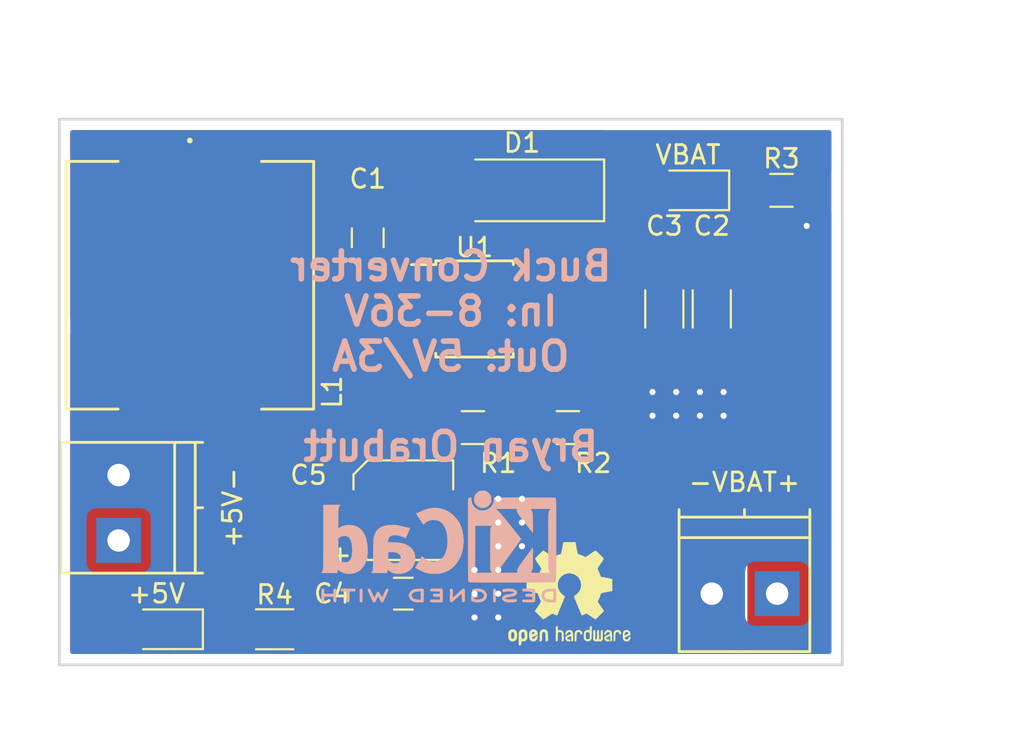
<source format=kicad_pcb>
(kicad_pcb (version 4) (host pcbnew 4.0.3-stable)

  (general
    (links 51)
    (no_connects 0)
    (area 136.449999 88.824999 178.510001 118.185001)
    (thickness 1.6)
    (drawings 7)
    (tracks 16)
    (zones 0)
    (modules 38)
    (nets 12)
  )

  (page A4)
  (layers
    (0 F.Cu signal)
    (31 B.Cu signal)
    (32 B.Adhes user)
    (33 F.Adhes user)
    (34 B.Paste user)
    (35 F.Paste user)
    (36 B.SilkS user)
    (37 F.SilkS user)
    (38 B.Mask user)
    (39 F.Mask user)
    (40 Dwgs.User user)
    (41 Cmts.User user)
    (42 Eco1.User user)
    (43 Eco2.User user)
    (44 Edge.Cuts user)
    (45 Margin user)
    (46 B.CrtYd user)
    (47 F.CrtYd user)
    (48 B.Fab user)
    (49 F.Fab user)
  )

  (setup
    (last_trace_width 0.1524)
    (trace_clearance 0.1524)
    (zone_clearance 0.508)
    (zone_45_only no)
    (trace_min 0.1524)
    (segment_width 0.2)
    (edge_width 0.15)
    (via_size 0.6858)
    (via_drill 0.3302)
    (via_min_size 0.6858)
    (via_min_drill 0.3302)
    (uvia_size 0.762)
    (uvia_drill 0.508)
    (uvias_allowed no)
    (uvia_min_size 0)
    (uvia_min_drill 0)
    (pcb_text_width 0.3)
    (pcb_text_size 1.5 1.5)
    (mod_edge_width 0.15)
    (mod_text_size 1 1)
    (mod_text_width 0.15)
    (pad_size 3.9878 7.0104)
    (pad_drill 0)
    (pad_to_mask_clearance 0.2)
    (aux_axis_origin 0 0)
    (visible_elements 7FFFFFFF)
    (pcbplotparams
      (layerselection 0x00030_80000001)
      (usegerberextensions false)
      (excludeedgelayer true)
      (linewidth 0.100000)
      (plotframeref false)
      (viasonmask false)
      (mode 1)
      (useauxorigin false)
      (hpglpennumber 1)
      (hpglpenspeed 20)
      (hpglpendiameter 15)
      (hpglpenoverlay 2)
      (psnegative false)
      (psa4output false)
      (plotreference true)
      (plotvalue true)
      (plotinvisibletext false)
      (padsonsilk false)
      (subtractmaskfromsilk false)
      (outputformat 1)
      (mirror false)
      (drillshape 1)
      (scaleselection 1)
      (outputdirectory ""))
  )

  (net 0 "")
  (net 1 "Net-(C1-Pad1)")
  (net 2 +BATT)
  (net 3 GND)
  (net 4 +5V)
  (net 5 "Net-(D2-Pad1)")
  (net 6 "Net-(D3-Pad1)")
  (net 7 "Net-(R1-Pad2)")
  (net 8 "Net-(U1-Pad2)")
  (net 9 "Net-(U1-Pad3)")
  (net 10 "Net-(U1-Pad5)")
  (net 11 /PH)

  (net_class Default "This is the default net class."
    (clearance 0.1524)
    (trace_width 0.1524)
    (via_dia 0.6858)
    (via_drill 0.3302)
    (uvia_dia 0.762)
    (uvia_drill 0.508)
    (add_net /PH)
    (add_net "Net-(C1-Pad1)")
    (add_net "Net-(D2-Pad1)")
    (add_net "Net-(D3-Pad1)")
    (add_net "Net-(R1-Pad2)")
    (add_net "Net-(U1-Pad2)")
    (add_net "Net-(U1-Pad3)")
    (add_net "Net-(U1-Pad5)")
  )

  (net_class PWR ""
    (clearance 0.1524)
    (trace_width 0.6096)
    (via_dia 0.6858)
    (via_drill 0.3302)
    (uvia_dia 0.762)
    (uvia_drill 0.508)
    (add_net +5V)
    (add_net +BATT)
    (add_net GND)
  )

  (module footprints:SRR1208-220ML (layer F.Cu) (tedit 59BD93F2) (tstamp 59BCAA79)
    (at 143.51 97.79 270)
    (path /59BCA171)
    (fp_text reference L1 (at 5.715 -7.62 270) (layer F.SilkS)
      (effects (font (size 1 1) (thickness 0.15)))
    )
    (fp_text value 22uH (at 0 0 270) (layer F.SilkS) hide
      (effects (font (size 1 1) (thickness 0.15)))
    )
    (fp_text user "Copyright 2016 Accelerated Designs. All rights reserved." (at 0 0 270) (layer Cmts.User) hide
      (effects (font (size 0.127 0.127) (thickness 0.002)))
    )
    (fp_line (start -6.6294 6.6294) (end 6.6294 6.6294) (layer F.SilkS) (width 0.1524))
    (fp_line (start 6.6294 6.6294) (end 6.6294 3.83794) (layer F.SilkS) (width 0.1524))
    (fp_line (start 6.6294 -6.6294) (end -6.6294 -6.6294) (layer F.SilkS) (width 0.1524))
    (fp_line (start -6.6294 -6.6294) (end -6.6294 -3.83794) (layer F.SilkS) (width 0.1524))
    (fp_line (start -6.5024 6.5024) (end 6.5024 6.5024) (layer Dwgs.User) (width 0.1524))
    (fp_line (start 6.5024 6.5024) (end 6.5024 -6.5024) (layer Dwgs.User) (width 0.1524))
    (fp_line (start 6.5024 -6.5024) (end -6.5024 -6.5024) (layer Dwgs.User) (width 0.1524))
    (fp_line (start -6.5024 -6.5024) (end -6.5024 6.5024) (layer Dwgs.User) (width 0.1524))
    (fp_line (start -6.6294 3.83794) (end -6.6294 6.6294) (layer F.SilkS) (width 0.1524))
    (fp_line (start 6.6294 -3.83794) (end 6.6294 -6.6294) (layer F.SilkS) (width 0.1524))
    (fp_circle (center -6.4262 0) (end -6.35 0) (layer Dwgs.User) (width 0.1524))
    (fp_circle (center -7.747 0) (end -7.6708 0) (layer F.SilkS) (width 0.1524))
    (pad 1 smd rect (at -4.9911 0 270) (size 3.9878 7.0104) (layers F.Cu F.Paste F.Mask)
      (net 11 /PH) (zone_connect 2))
    (pad 2 smd rect (at 4.9911 0 270) (size 3.9878 7.0104) (layers F.Cu F.Paste F.Mask)
      (net 4 +5V) (zone_connect 2))
  )

  (module Capacitors_SMD:C_0805_HandSoldering (layer F.Cu) (tedit 59BCBAFA) (tstamp 59BCAA49)
    (at 153.035 95.25 90)
    (descr "Capacitor SMD 0805, hand soldering")
    (tags "capacitor 0805")
    (path /59BCA3E0)
    (attr smd)
    (fp_text reference C1 (at 3.155 0 180) (layer F.SilkS)
      (effects (font (size 1 1) (thickness 0.15)))
    )
    (fp_text value 10nF (at 1.25 1.75 90) (layer F.Fab)
      (effects (font (size 1 1) (thickness 0.15)))
    )
    (fp_text user %R (at 0 -1.75 90) (layer F.Fab)
      (effects (font (size 1 1) (thickness 0.15)))
    )
    (fp_line (start -1 0.62) (end -1 -0.62) (layer F.Fab) (width 0.1))
    (fp_line (start 1 0.62) (end -1 0.62) (layer F.Fab) (width 0.1))
    (fp_line (start 1 -0.62) (end 1 0.62) (layer F.Fab) (width 0.1))
    (fp_line (start -1 -0.62) (end 1 -0.62) (layer F.Fab) (width 0.1))
    (fp_line (start 0.5 -0.85) (end -0.5 -0.85) (layer F.SilkS) (width 0.12))
    (fp_line (start -0.5 0.85) (end 0.5 0.85) (layer F.SilkS) (width 0.12))
    (fp_line (start -2.25 -0.88) (end 2.25 -0.88) (layer F.CrtYd) (width 0.05))
    (fp_line (start -2.25 -0.88) (end -2.25 0.87) (layer F.CrtYd) (width 0.05))
    (fp_line (start 2.25 0.87) (end 2.25 -0.88) (layer F.CrtYd) (width 0.05))
    (fp_line (start 2.25 0.87) (end -2.25 0.87) (layer F.CrtYd) (width 0.05))
    (pad 1 smd rect (at -1.25 0 90) (size 1.5 1.25) (layers F.Cu F.Paste F.Mask)
      (net 1 "Net-(C1-Pad1)"))
    (pad 2 smd rect (at 1.25 0 90) (size 1.5 1.25) (layers F.Cu F.Paste F.Mask)
      (net 11 /PH) (zone_connect 2))
    (model Capacitors_SMD.3dshapes/C_0805.wrl
      (at (xyz 0 0 0))
      (scale (xyz 1 1 1))
      (rotate (xyz 0 0 0))
    )
  )

  (module Capacitors_SMD:C_1206_HandSoldering (layer F.Cu) (tedit 59BCB9B6) (tstamp 59BCAA4F)
    (at 171.45 99.06 270)
    (descr "Capacitor SMD 1206, hand soldering")
    (tags "capacitor 1206")
    (path /59BCA35D)
    (attr smd)
    (fp_text reference C2 (at -4.445 0 360) (layer F.SilkS)
      (effects (font (size 1 1) (thickness 0.15)))
    )
    (fp_text value 4.7uF (at 0 -2.54 270) (layer F.Fab)
      (effects (font (size 1 1) (thickness 0.15)))
    )
    (fp_text user %R (at 0 -1.75 270) (layer F.Fab) hide
      (effects (font (size 1 1) (thickness 0.15)))
    )
    (fp_line (start -1.6 0.8) (end -1.6 -0.8) (layer F.Fab) (width 0.1))
    (fp_line (start 1.6 0.8) (end -1.6 0.8) (layer F.Fab) (width 0.1))
    (fp_line (start 1.6 -0.8) (end 1.6 0.8) (layer F.Fab) (width 0.1))
    (fp_line (start -1.6 -0.8) (end 1.6 -0.8) (layer F.Fab) (width 0.1))
    (fp_line (start 1 -1.02) (end -1 -1.02) (layer F.SilkS) (width 0.12))
    (fp_line (start -1 1.02) (end 1 1.02) (layer F.SilkS) (width 0.12))
    (fp_line (start -3.25 -1.05) (end 3.25 -1.05) (layer F.CrtYd) (width 0.05))
    (fp_line (start -3.25 -1.05) (end -3.25 1.05) (layer F.CrtYd) (width 0.05))
    (fp_line (start 3.25 1.05) (end 3.25 -1.05) (layer F.CrtYd) (width 0.05))
    (fp_line (start 3.25 1.05) (end -3.25 1.05) (layer F.CrtYd) (width 0.05))
    (pad 1 smd rect (at -2 0 270) (size 2 1.6) (layers F.Cu F.Paste F.Mask)
      (net 2 +BATT) (zone_connect 2))
    (pad 2 smd rect (at 2 0 270) (size 2 1.6) (layers F.Cu F.Paste F.Mask)
      (net 3 GND) (zone_connect 2))
    (model Capacitors_SMD.3dshapes/C_1206.wrl
      (at (xyz 0 0 0))
      (scale (xyz 1 1 1))
      (rotate (xyz 0 0 0))
    )
  )

  (module Capacitors_SMD:C_1206_HandSoldering (layer F.Cu) (tedit 59BCB9B1) (tstamp 59BCAA55)
    (at 168.91 99.06 270)
    (descr "Capacitor SMD 1206, hand soldering")
    (tags "capacitor 1206")
    (path /59BCA32F)
    (attr smd)
    (fp_text reference C3 (at -4.445 0 360) (layer F.SilkS)
      (effects (font (size 1 1) (thickness 0.15)))
    )
    (fp_text value 4.7uF (at 0 2 270) (layer F.Fab)
      (effects (font (size 1 1) (thickness 0.15)))
    )
    (fp_text user %R (at 0 -1.75 270) (layer F.Fab) hide
      (effects (font (size 1 1) (thickness 0.15)))
    )
    (fp_line (start -1.6 0.8) (end -1.6 -0.8) (layer F.Fab) (width 0.1))
    (fp_line (start 1.6 0.8) (end -1.6 0.8) (layer F.Fab) (width 0.1))
    (fp_line (start 1.6 -0.8) (end 1.6 0.8) (layer F.Fab) (width 0.1))
    (fp_line (start -1.6 -0.8) (end 1.6 -0.8) (layer F.Fab) (width 0.1))
    (fp_line (start 1 -1.02) (end -1 -1.02) (layer F.SilkS) (width 0.12))
    (fp_line (start -1 1.02) (end 1 1.02) (layer F.SilkS) (width 0.12))
    (fp_line (start -3.25 -1.05) (end 3.25 -1.05) (layer F.CrtYd) (width 0.05))
    (fp_line (start -3.25 -1.05) (end -3.25 1.05) (layer F.CrtYd) (width 0.05))
    (fp_line (start 3.25 1.05) (end 3.25 -1.05) (layer F.CrtYd) (width 0.05))
    (fp_line (start 3.25 1.05) (end -3.25 1.05) (layer F.CrtYd) (width 0.05))
    (pad 1 smd rect (at -2 0 270) (size 2 1.6) (layers F.Cu F.Paste F.Mask)
      (net 2 +BATT) (zone_connect 2))
    (pad 2 smd rect (at 2 0 270) (size 2 1.6) (layers F.Cu F.Paste F.Mask)
      (net 3 GND) (zone_connect 2))
    (model Capacitors_SMD.3dshapes/C_1206.wrl
      (at (xyz 0 0 0))
      (scale (xyz 1 1 1))
      (rotate (xyz 0 0 0))
    )
  )

  (module Capacitors_SMD:C_0805_HandSoldering (layer F.Cu) (tedit 59BCBAC0) (tstamp 59BCAA5B)
    (at 154.94 114.3)
    (descr "Capacitor SMD 0805, hand soldering")
    (tags "capacitor 0805")
    (path /59BCA2E3)
    (attr smd)
    (fp_text reference C4 (at -3.81 0) (layer F.SilkS)
      (effects (font (size 1 1) (thickness 0.15)))
    )
    (fp_text value 100nF (at 0 1.75) (layer F.Fab)
      (effects (font (size 1 1) (thickness 0.15)))
    )
    (fp_text user %R (at 0 -1.75) (layer F.Fab) hide
      (effects (font (size 1 1) (thickness 0.15)))
    )
    (fp_line (start -1 0.62) (end -1 -0.62) (layer F.Fab) (width 0.1))
    (fp_line (start 1 0.62) (end -1 0.62) (layer F.Fab) (width 0.1))
    (fp_line (start 1 -0.62) (end 1 0.62) (layer F.Fab) (width 0.1))
    (fp_line (start -1 -0.62) (end 1 -0.62) (layer F.Fab) (width 0.1))
    (fp_line (start 0.5 -0.85) (end -0.5 -0.85) (layer F.SilkS) (width 0.12))
    (fp_line (start -0.5 0.85) (end 0.5 0.85) (layer F.SilkS) (width 0.12))
    (fp_line (start -2.25 -0.88) (end 2.25 -0.88) (layer F.CrtYd) (width 0.05))
    (fp_line (start -2.25 -0.88) (end -2.25 0.87) (layer F.CrtYd) (width 0.05))
    (fp_line (start 2.25 0.87) (end 2.25 -0.88) (layer F.CrtYd) (width 0.05))
    (fp_line (start 2.25 0.87) (end -2.25 0.87) (layer F.CrtYd) (width 0.05))
    (pad 1 smd rect (at -1.25 0) (size 1.5 1.25) (layers F.Cu F.Paste F.Mask)
      (net 4 +5V) (zone_connect 2))
    (pad 2 smd rect (at 1.25 0) (size 1.5 1.25) (layers F.Cu F.Paste F.Mask)
      (net 3 GND) (zone_connect 2))
    (model Capacitors_SMD.3dshapes/C_0805.wrl
      (at (xyz 0 0 0))
      (scale (xyz 1 1 1))
      (rotate (xyz 0 0 0))
    )
  )

  (module Capacitors_SMD:CP_Elec_5x5.3 (layer F.Cu) (tedit 59BCBAD8) (tstamp 59BCAA61)
    (at 154.94 109.855)
    (descr "SMT capacitor, aluminium electrolytic, 5x5.3")
    (path /59BCA249)
    (attr smd)
    (fp_text reference C5 (at -5.08 -1.905) (layer F.SilkS)
      (effects (font (size 1 1) (thickness 0.15)))
    )
    (fp_text value 220uF (at 0 -3.92) (layer F.Fab)
      (effects (font (size 1 1) (thickness 0.15)))
    )
    (fp_circle (center 0 0) (end 0.3 2.4) (layer F.Fab) (width 0.1))
    (fp_text user + (at -1.37 -0.08) (layer F.Fab)
      (effects (font (size 1 1) (thickness 0.15)))
    )
    (fp_text user + (at -3.38 2.34) (layer F.SilkS)
      (effects (font (size 1 1) (thickness 0.15)))
    )
    (fp_text user %R (at 0 3.92) (layer F.Fab) hide
      (effects (font (size 1 1) (thickness 0.15)))
    )
    (fp_line (start 2.51 2.49) (end 2.51 -2.54) (layer F.Fab) (width 0.1))
    (fp_line (start -1.84 2.49) (end 2.51 2.49) (layer F.Fab) (width 0.1))
    (fp_line (start -2.51 1.82) (end -1.84 2.49) (layer F.Fab) (width 0.1))
    (fp_line (start -2.51 -1.87) (end -2.51 1.82) (layer F.Fab) (width 0.1))
    (fp_line (start -1.84 -2.54) (end -2.51 -1.87) (layer F.Fab) (width 0.1))
    (fp_line (start 2.51 -2.54) (end -1.84 -2.54) (layer F.Fab) (width 0.1))
    (fp_line (start 2.67 -2.69) (end 2.67 -1.14) (layer F.SilkS) (width 0.12))
    (fp_line (start 2.67 2.64) (end 2.67 1.09) (layer F.SilkS) (width 0.12))
    (fp_line (start -2.67 1.88) (end -2.67 1.09) (layer F.SilkS) (width 0.12))
    (fp_line (start -2.67 -1.93) (end -2.67 -1.14) (layer F.SilkS) (width 0.12))
    (fp_line (start 2.67 -2.69) (end -1.91 -2.69) (layer F.SilkS) (width 0.12))
    (fp_line (start -1.91 -2.69) (end -2.67 -1.93) (layer F.SilkS) (width 0.12))
    (fp_line (start -2.67 1.88) (end -1.91 2.64) (layer F.SilkS) (width 0.12))
    (fp_line (start -1.91 2.64) (end 2.67 2.64) (layer F.SilkS) (width 0.12))
    (fp_line (start -3.95 -2.79) (end 3.95 -2.79) (layer F.CrtYd) (width 0.05))
    (fp_line (start -3.95 -2.79) (end -3.95 2.74) (layer F.CrtYd) (width 0.05))
    (fp_line (start 3.95 2.74) (end 3.95 -2.79) (layer F.CrtYd) (width 0.05))
    (fp_line (start 3.95 2.74) (end -3.95 2.74) (layer F.CrtYd) (width 0.05))
    (pad 1 smd rect (at -2.2 0 180) (size 3 1.6) (layers F.Cu F.Paste F.Mask)
      (net 4 +5V) (zone_connect 2))
    (pad 2 smd rect (at 2.2 0 180) (size 3 1.6) (layers F.Cu F.Paste F.Mask)
      (net 3 GND) (zone_connect 2))
    (model Capacitors_SMD.3dshapes/CP_Elec_5x5.3.wrl
      (at (xyz 0 0 0))
      (scale (xyz 1 1 1))
      (rotate (xyz 0 0 180))
    )
  )

  (module Diodes_SMD:D_SMA_Handsoldering (layer F.Cu) (tedit 59BCB98C) (tstamp 59BCAA67)
    (at 161.29 92.71 180)
    (descr "Diode SMA (DO-214AC) Handsoldering")
    (tags "Diode SMA (DO-214AC) Handsoldering")
    (path /59BCA1CC)
    (attr smd)
    (fp_text reference D1 (at 0 2.54 180) (layer F.SilkS)
      (effects (font (size 1 1) (thickness 0.15)))
    )
    (fp_text value STPS5L60U (at 0 2.6 180) (layer F.Fab) hide
      (effects (font (size 1 1) (thickness 0.15)))
    )
    (fp_text user %R (at 0 -2.5 180) (layer F.Fab)
      (effects (font (size 1 1) (thickness 0.15)))
    )
    (fp_line (start -4.4 -1.65) (end -4.4 1.65) (layer F.SilkS) (width 0.12))
    (fp_line (start 2.3 1.5) (end -2.3 1.5) (layer F.Fab) (width 0.1))
    (fp_line (start -2.3 1.5) (end -2.3 -1.5) (layer F.Fab) (width 0.1))
    (fp_line (start 2.3 -1.5) (end 2.3 1.5) (layer F.Fab) (width 0.1))
    (fp_line (start 2.3 -1.5) (end -2.3 -1.5) (layer F.Fab) (width 0.1))
    (fp_line (start -4.5 -1.75) (end 4.5 -1.75) (layer F.CrtYd) (width 0.05))
    (fp_line (start 4.5 -1.75) (end 4.5 1.75) (layer F.CrtYd) (width 0.05))
    (fp_line (start 4.5 1.75) (end -4.5 1.75) (layer F.CrtYd) (width 0.05))
    (fp_line (start -4.5 1.75) (end -4.5 -1.75) (layer F.CrtYd) (width 0.05))
    (fp_line (start -0.64944 0.00102) (end -1.55114 0.00102) (layer F.Fab) (width 0.1))
    (fp_line (start 0.50118 0.00102) (end 1.4994 0.00102) (layer F.Fab) (width 0.1))
    (fp_line (start -0.64944 -0.79908) (end -0.64944 0.80112) (layer F.Fab) (width 0.1))
    (fp_line (start 0.50118 0.75032) (end 0.50118 -0.79908) (layer F.Fab) (width 0.1))
    (fp_line (start -0.64944 0.00102) (end 0.50118 0.75032) (layer F.Fab) (width 0.1))
    (fp_line (start -0.64944 0.00102) (end 0.50118 -0.79908) (layer F.Fab) (width 0.1))
    (fp_line (start -4.4 1.65) (end 2.5 1.65) (layer F.SilkS) (width 0.12))
    (fp_line (start -4.4 -1.65) (end 2.5 -1.65) (layer F.SilkS) (width 0.12))
    (pad 1 smd rect (at -2.5 0 180) (size 3.5 1.8) (layers F.Cu F.Paste F.Mask)
      (net 11 /PH) (zone_connect 2))
    (pad 2 smd rect (at 2.5 0 180) (size 3.5 1.8) (layers F.Cu F.Paste F.Mask)
      (net 3 GND) (zone_connect 2))
    (model ${KISYS3DMOD}/Diodes_SMD.3dshapes/D_SMA.wrl
      (at (xyz 0 0 0))
      (scale (xyz 1 1 1))
      (rotate (xyz 0 0 0))
    )
  )

  (module Diodes_SMD:D_1206 (layer F.Cu) (tedit 59BCBEDA) (tstamp 59BCAA6D)
    (at 170.18 92.71 180)
    (descr "Diode SMD 1206, reflow soldering http://datasheets.avx.com/schottky.pdf")
    (tags "Diode 1206")
    (path /59BCA8D4)
    (attr smd)
    (fp_text reference VBAT (at 0 1.905 180) (layer F.SilkS)
      (effects (font (size 1 1) (thickness 0.15)))
    )
    (fp_text value LED (at 0 1.9 180) (layer F.Fab)
      (effects (font (size 1 1) (thickness 0.15)))
    )
    (fp_text user %R (at 0 -1.8 180) (layer F.Fab) hide
      (effects (font (size 1 1) (thickness 0.15)))
    )
    (fp_line (start -0.254 -0.254) (end -0.254 0.254) (layer F.Fab) (width 0.1))
    (fp_line (start 0.127 0) (end 0.381 0) (layer F.Fab) (width 0.1))
    (fp_line (start -0.254 0) (end -0.508 0) (layer F.Fab) (width 0.1))
    (fp_line (start 0.127 0.254) (end -0.254 0) (layer F.Fab) (width 0.1))
    (fp_line (start 0.127 -0.254) (end 0.127 0.254) (layer F.Fab) (width 0.1))
    (fp_line (start -0.254 0) (end 0.127 -0.254) (layer F.Fab) (width 0.1))
    (fp_line (start -2.2 -1.06) (end -2.2 1.06) (layer F.SilkS) (width 0.12))
    (fp_line (start -1.7 0.95) (end -1.7 -0.95) (layer F.Fab) (width 0.1))
    (fp_line (start 1.7 0.95) (end -1.7 0.95) (layer F.Fab) (width 0.1))
    (fp_line (start 1.7 -0.95) (end 1.7 0.95) (layer F.Fab) (width 0.1))
    (fp_line (start -1.7 -0.95) (end 1.7 -0.95) (layer F.Fab) (width 0.1))
    (fp_line (start -2.3 -1.16) (end 2.3 -1.16) (layer F.CrtYd) (width 0.05))
    (fp_line (start -2.3 1.16) (end 2.3 1.16) (layer F.CrtYd) (width 0.05))
    (fp_line (start -2.3 -1.16) (end -2.3 1.16) (layer F.CrtYd) (width 0.05))
    (fp_line (start 2.3 -1.16) (end 2.3 1.16) (layer F.CrtYd) (width 0.05))
    (fp_line (start 1 -1.06) (end -2.2 -1.06) (layer F.SilkS) (width 0.12))
    (fp_line (start -2.2 1.06) (end 1 1.06) (layer F.SilkS) (width 0.12))
    (pad 1 smd rect (at -1.5 0 180) (size 1 1.6) (layers F.Cu F.Paste F.Mask)
      (net 5 "Net-(D2-Pad1)"))
    (pad 2 smd rect (at 1.5 0 180) (size 1 1.6) (layers F.Cu F.Paste F.Mask)
      (net 2 +BATT))
    (model ${KISYS3DMOD}/Diodes_SMD.3dshapes/D_1206.wrl
      (at (xyz 0 0 0))
      (scale (xyz 1 1 1))
      (rotate (xyz 0 0 0))
    )
  )

  (module Diodes_SMD:D_1206 (layer F.Cu) (tedit 59BCBEF6) (tstamp 59BCAA73)
    (at 142.01 116.205 180)
    (descr "Diode SMD 1206, reflow soldering http://datasheets.avx.com/schottky.pdf")
    (tags "Diode 1206")
    (path /59BCA928)
    (attr smd)
    (fp_text reference +5V (at 0.278 1.905 180) (layer F.SilkS)
      (effects (font (size 1 1) (thickness 0.15)))
    )
    (fp_text value LED (at 0 1.9 180) (layer F.Fab)
      (effects (font (size 1 1) (thickness 0.15)))
    )
    (fp_text user %R (at 0 -1.8 180) (layer F.Fab) hide
      (effects (font (size 1 1) (thickness 0.15)))
    )
    (fp_line (start -0.254 -0.254) (end -0.254 0.254) (layer F.Fab) (width 0.1))
    (fp_line (start 0.127 0) (end 0.381 0) (layer F.Fab) (width 0.1))
    (fp_line (start -0.254 0) (end -0.508 0) (layer F.Fab) (width 0.1))
    (fp_line (start 0.127 0.254) (end -0.254 0) (layer F.Fab) (width 0.1))
    (fp_line (start 0.127 -0.254) (end 0.127 0.254) (layer F.Fab) (width 0.1))
    (fp_line (start -0.254 0) (end 0.127 -0.254) (layer F.Fab) (width 0.1))
    (fp_line (start -2.2 -1.06) (end -2.2 1.06) (layer F.SilkS) (width 0.12))
    (fp_line (start -1.7 0.95) (end -1.7 -0.95) (layer F.Fab) (width 0.1))
    (fp_line (start 1.7 0.95) (end -1.7 0.95) (layer F.Fab) (width 0.1))
    (fp_line (start 1.7 -0.95) (end 1.7 0.95) (layer F.Fab) (width 0.1))
    (fp_line (start -1.7 -0.95) (end 1.7 -0.95) (layer F.Fab) (width 0.1))
    (fp_line (start -2.3 -1.16) (end 2.3 -1.16) (layer F.CrtYd) (width 0.05))
    (fp_line (start -2.3 1.16) (end 2.3 1.16) (layer F.CrtYd) (width 0.05))
    (fp_line (start -2.3 -1.16) (end -2.3 1.16) (layer F.CrtYd) (width 0.05))
    (fp_line (start 2.3 -1.16) (end 2.3 1.16) (layer F.CrtYd) (width 0.05))
    (fp_line (start 1 -1.06) (end -2.2 -1.06) (layer F.SilkS) (width 0.12))
    (fp_line (start -2.2 1.06) (end 1 1.06) (layer F.SilkS) (width 0.12))
    (pad 1 smd rect (at -1.5 0 180) (size 1 1.6) (layers F.Cu F.Paste F.Mask)
      (net 6 "Net-(D3-Pad1)"))
    (pad 2 smd rect (at 1.5 0 180) (size 1 1.6) (layers F.Cu F.Paste F.Mask)
      (net 4 +5V))
    (model ${KISYS3DMOD}/Diodes_SMD.3dshapes/D_1206.wrl
      (at (xyz 0 0 0))
      (scale (xyz 1 1 1))
      (rotate (xyz 0 0 0))
    )
  )

  (module Terminal_Blocks:TerminalBlock_Pheonix_PT-3.5mm_2pol (layer F.Cu) (tedit 59BD8B92) (tstamp 59BCAA7F)
    (at 174.95 114.3 180)
    (descr "2-way 3.5mm pitch terminal block, Phoenix PT series")
    (path /59BCA6AA)
    (fp_text reference -VBAT+ (at 1.75 5.969 180) (layer F.SilkS)
      (effects (font (size 1 1) (thickness 0.15)))
    )
    (fp_text value -VBAT+ (at 1.75 6 180) (layer F.Fab)
      (effects (font (size 1 1) (thickness 0.15)))
    )
    (fp_line (start -1.9 -3.3) (end 5.4 -3.3) (layer F.CrtYd) (width 0.05))
    (fp_line (start -1.9 4.7) (end -1.9 -3.3) (layer F.CrtYd) (width 0.05))
    (fp_line (start 5.4 4.7) (end -1.9 4.7) (layer F.CrtYd) (width 0.05))
    (fp_line (start 5.4 -3.3) (end 5.4 4.7) (layer F.CrtYd) (width 0.05))
    (fp_line (start 1.75 4.1) (end 1.75 4.5) (layer F.SilkS) (width 0.15))
    (fp_line (start -1.75 3) (end 5.25 3) (layer F.SilkS) (width 0.15))
    (fp_line (start -1.75 4.1) (end 5.25 4.1) (layer F.SilkS) (width 0.15))
    (fp_line (start -1.75 -3.1) (end -1.75 4.5) (layer F.SilkS) (width 0.15))
    (fp_line (start 5.25 4.5) (end 5.25 -3.1) (layer F.SilkS) (width 0.15))
    (fp_line (start 5.25 -3.1) (end -1.75 -3.1) (layer F.SilkS) (width 0.15))
    (pad 2 thru_hole circle (at 3.5 0 180) (size 2.4 2.4) (drill 1.2) (layers *.Cu *.Mask)
      (net 3 GND) (zone_connect 2))
    (pad 1 thru_hole rect (at 0 0 180) (size 2.4 2.4) (drill 1.2) (layers *.Cu *.Mask)
      (net 2 +BATT) (zone_connect 2))
    (model Terminal_Blocks.3dshapes/TerminalBlock_Pheonix_PT-3.5mm_2pol.wrl
      (at (xyz 0 0 0))
      (scale (xyz 1 1 1))
      (rotate (xyz 0 0 0))
    )
  )

  (module Terminal_Blocks:TerminalBlock_Pheonix_PT-3.5mm_2pol (layer F.Cu) (tedit 59BD8BA2) (tstamp 59BCAA85)
    (at 139.7 111.45 90)
    (descr "2-way 3.5mm pitch terminal block, Phoenix PT series")
    (path /59BCA710)
    (fp_text reference +5V- (at 1.75 6.096 90) (layer F.SilkS)
      (effects (font (size 1 1) (thickness 0.15)))
    )
    (fp_text value -5V+ (at 1.75 6 90) (layer F.Fab) hide
      (effects (font (size 1 1) (thickness 0.15)))
    )
    (fp_line (start -1.9 -3.3) (end 5.4 -3.3) (layer F.CrtYd) (width 0.05))
    (fp_line (start -1.9 4.7) (end -1.9 -3.3) (layer F.CrtYd) (width 0.05))
    (fp_line (start 5.4 4.7) (end -1.9 4.7) (layer F.CrtYd) (width 0.05))
    (fp_line (start 5.4 -3.3) (end 5.4 4.7) (layer F.CrtYd) (width 0.05))
    (fp_line (start 1.75 4.1) (end 1.75 4.5) (layer F.SilkS) (width 0.15))
    (fp_line (start -1.75 3) (end 5.25 3) (layer F.SilkS) (width 0.15))
    (fp_line (start -1.75 4.1) (end 5.25 4.1) (layer F.SilkS) (width 0.15))
    (fp_line (start -1.75 -3.1) (end -1.75 4.5) (layer F.SilkS) (width 0.15))
    (fp_line (start 5.25 4.5) (end 5.25 -3.1) (layer F.SilkS) (width 0.15))
    (fp_line (start 5.25 -3.1) (end -1.75 -3.1) (layer F.SilkS) (width 0.15))
    (pad 2 thru_hole circle (at 3.5 0 90) (size 2.4 2.4) (drill 1.2) (layers *.Cu *.Mask)
      (net 3 GND) (zone_connect 2))
    (pad 1 thru_hole rect (at 0 0 90) (size 2.4 2.4) (drill 1.2) (layers *.Cu *.Mask)
      (net 4 +5V) (zone_connect 2))
    (model Terminal_Blocks.3dshapes/TerminalBlock_Pheonix_PT-3.5mm_2pol.wrl
      (at (xyz 0 0 0))
      (scale (xyz 1 1 1))
      (rotate (xyz 0 0 0))
    )
  )

  (module Resistors_SMD:R_0805_HandSoldering (layer F.Cu) (tedit 59BCBB7F) (tstamp 59BCAA8B)
    (at 158.67 105.41)
    (descr "Resistor SMD 0805, hand soldering")
    (tags "resistor 0805")
    (path /59BCA4EE)
    (attr smd)
    (fp_text reference R1 (at 1.35 1.905) (layer F.SilkS)
      (effects (font (size 1 1) (thickness 0.15)))
    )
    (fp_text value 30.9K±0.1% (at 0 1.75) (layer F.Fab) hide
      (effects (font (size 1 1) (thickness 0.15)))
    )
    (fp_text user %R (at 0 0) (layer F.Fab)
      (effects (font (size 0.5 0.5) (thickness 0.075)))
    )
    (fp_line (start -1 0.62) (end -1 -0.62) (layer F.Fab) (width 0.1))
    (fp_line (start 1 0.62) (end -1 0.62) (layer F.Fab) (width 0.1))
    (fp_line (start 1 -0.62) (end 1 0.62) (layer F.Fab) (width 0.1))
    (fp_line (start -1 -0.62) (end 1 -0.62) (layer F.Fab) (width 0.1))
    (fp_line (start 0.6 0.88) (end -0.6 0.88) (layer F.SilkS) (width 0.12))
    (fp_line (start -0.6 -0.88) (end 0.6 -0.88) (layer F.SilkS) (width 0.12))
    (fp_line (start -2.35 -0.9) (end 2.35 -0.9) (layer F.CrtYd) (width 0.05))
    (fp_line (start -2.35 -0.9) (end -2.35 0.9) (layer F.CrtYd) (width 0.05))
    (fp_line (start 2.35 0.9) (end 2.35 -0.9) (layer F.CrtYd) (width 0.05))
    (fp_line (start 2.35 0.9) (end -2.35 0.9) (layer F.CrtYd) (width 0.05))
    (pad 1 smd rect (at -1.35 0) (size 1.5 1.3) (layers F.Cu F.Paste F.Mask)
      (net 4 +5V) (zone_connect 2))
    (pad 2 smd rect (at 1.35 0) (size 1.5 1.3) (layers F.Cu F.Paste F.Mask)
      (net 7 "Net-(R1-Pad2)"))
    (model ${KISYS3DMOD}/Resistors_SMD.3dshapes/R_0805.wrl
      (at (xyz 0 0 0))
      (scale (xyz 1 1 1))
      (rotate (xyz 0 0 0))
    )
  )

  (module Resistors_SMD:R_0805_HandSoldering (layer F.Cu) (tedit 59BCBC09) (tstamp 59BCAA91)
    (at 163.75 105.41)
    (descr "Resistor SMD 0805, hand soldering")
    (tags "resistor 0805")
    (path /59BCA482)
    (attr smd)
    (fp_text reference R2 (at 1.35 1.905) (layer F.SilkS)
      (effects (font (size 1 1) (thickness 0.15)))
    )
    (fp_text value 10K±0.1% (at 0 1.75) (layer F.Fab) hide
      (effects (font (size 1 1) (thickness 0.15)))
    )
    (fp_text user %R (at 0 0) (layer F.Fab)
      (effects (font (size 0.5 0.5) (thickness 0.075)))
    )
    (fp_line (start -1 0.62) (end -1 -0.62) (layer F.Fab) (width 0.1))
    (fp_line (start 1 0.62) (end -1 0.62) (layer F.Fab) (width 0.1))
    (fp_line (start 1 -0.62) (end 1 0.62) (layer F.Fab) (width 0.1))
    (fp_line (start -1 -0.62) (end 1 -0.62) (layer F.Fab) (width 0.1))
    (fp_line (start 0.6 0.88) (end -0.6 0.88) (layer F.SilkS) (width 0.12))
    (fp_line (start -0.6 -0.88) (end 0.6 -0.88) (layer F.SilkS) (width 0.12))
    (fp_line (start -2.35 -0.9) (end 2.35 -0.9) (layer F.CrtYd) (width 0.05))
    (fp_line (start -2.35 -0.9) (end -2.35 0.9) (layer F.CrtYd) (width 0.05))
    (fp_line (start 2.35 0.9) (end 2.35 -0.9) (layer F.CrtYd) (width 0.05))
    (fp_line (start 2.35 0.9) (end -2.35 0.9) (layer F.CrtYd) (width 0.05))
    (pad 1 smd rect (at -1.35 0) (size 1.5 1.3) (layers F.Cu F.Paste F.Mask)
      (net 7 "Net-(R1-Pad2)"))
    (pad 2 smd rect (at 1.35 0) (size 1.5 1.3) (layers F.Cu F.Paste F.Mask)
      (net 3 GND) (zone_connect 2))
    (model ${KISYS3DMOD}/Resistors_SMD.3dshapes/R_0805.wrl
      (at (xyz 0 0 0))
      (scale (xyz 1 1 1))
      (rotate (xyz 0 0 0))
    )
  )

  (module Resistors_SMD:R_0805_HandSoldering (layer F.Cu) (tedit 59BCB834) (tstamp 59BCAA97)
    (at 175.18 92.71)
    (descr "Resistor SMD 0805, hand soldering")
    (tags "resistor 0805")
    (path /59BCB851)
    (attr smd)
    (fp_text reference R3 (at 0 -1.7) (layer F.SilkS)
      (effects (font (size 1 1) (thickness 0.15)))
    )
    (fp_text value 2K (at 0 1.75) (layer F.Fab) hide
      (effects (font (size 1 1) (thickness 0.15)))
    )
    (fp_text user %R (at 0 0) (layer F.Fab)
      (effects (font (size 0.5 0.5) (thickness 0.075)))
    )
    (fp_line (start -1 0.62) (end -1 -0.62) (layer F.Fab) (width 0.1))
    (fp_line (start 1 0.62) (end -1 0.62) (layer F.Fab) (width 0.1))
    (fp_line (start 1 -0.62) (end 1 0.62) (layer F.Fab) (width 0.1))
    (fp_line (start -1 -0.62) (end 1 -0.62) (layer F.Fab) (width 0.1))
    (fp_line (start 0.6 0.88) (end -0.6 0.88) (layer F.SilkS) (width 0.12))
    (fp_line (start -0.6 -0.88) (end 0.6 -0.88) (layer F.SilkS) (width 0.12))
    (fp_line (start -2.35 -0.9) (end 2.35 -0.9) (layer F.CrtYd) (width 0.05))
    (fp_line (start -2.35 -0.9) (end -2.35 0.9) (layer F.CrtYd) (width 0.05))
    (fp_line (start 2.35 0.9) (end 2.35 -0.9) (layer F.CrtYd) (width 0.05))
    (fp_line (start 2.35 0.9) (end -2.35 0.9) (layer F.CrtYd) (width 0.05))
    (pad 1 smd rect (at -1.35 0) (size 1.5 1.3) (layers F.Cu F.Paste F.Mask)
      (net 5 "Net-(D2-Pad1)"))
    (pad 2 smd rect (at 1.35 0) (size 1.5 1.3) (layers F.Cu F.Paste F.Mask)
      (net 3 GND))
    (model ${KISYS3DMOD}/Resistors_SMD.3dshapes/R_0805.wrl
      (at (xyz 0 0 0))
      (scale (xyz 1 1 1))
      (rotate (xyz 0 0 0))
    )
  )

  (module Resistors_SMD:R_1206_HandSoldering (layer F.Cu) (tedit 59BCBAC6) (tstamp 59BCAA9D)
    (at 148.05 116.205)
    (descr "Resistor SMD 1206, hand soldering")
    (tags "resistor 1206")
    (path /59BCBA9E)
    (attr smd)
    (fp_text reference R4 (at 0 -1.85) (layer F.SilkS)
      (effects (font (size 1 1) (thickness 0.15)))
    )
    (fp_text value 220 (at 0 1.9) (layer F.Fab) hide
      (effects (font (size 1 1) (thickness 0.15)))
    )
    (fp_text user %R (at 0 0) (layer F.Fab)
      (effects (font (size 0.7 0.7) (thickness 0.105)))
    )
    (fp_line (start -1.6 0.8) (end -1.6 -0.8) (layer F.Fab) (width 0.1))
    (fp_line (start 1.6 0.8) (end -1.6 0.8) (layer F.Fab) (width 0.1))
    (fp_line (start 1.6 -0.8) (end 1.6 0.8) (layer F.Fab) (width 0.1))
    (fp_line (start -1.6 -0.8) (end 1.6 -0.8) (layer F.Fab) (width 0.1))
    (fp_line (start 1 1.07) (end -1 1.07) (layer F.SilkS) (width 0.12))
    (fp_line (start -1 -1.07) (end 1 -1.07) (layer F.SilkS) (width 0.12))
    (fp_line (start -3.25 -1.11) (end 3.25 -1.11) (layer F.CrtYd) (width 0.05))
    (fp_line (start -3.25 -1.11) (end -3.25 1.1) (layer F.CrtYd) (width 0.05))
    (fp_line (start 3.25 1.1) (end 3.25 -1.11) (layer F.CrtYd) (width 0.05))
    (fp_line (start 3.25 1.1) (end -3.25 1.1) (layer F.CrtYd) (width 0.05))
    (pad 1 smd rect (at -2 0) (size 2 1.7) (layers F.Cu F.Paste F.Mask)
      (net 6 "Net-(D3-Pad1)"))
    (pad 2 smd rect (at 2 0) (size 2 1.7) (layers F.Cu F.Paste F.Mask)
      (net 3 GND) (zone_connect 2))
    (model ${KISYS3DMOD}/Resistors_SMD.3dshapes/R_1206.wrl
      (at (xyz 0 0 0))
      (scale (xyz 1 1 1))
      (rotate (xyz 0 0 0))
    )
  )

  (module Housings_SOIC:TI_SO-PowerPAD-8 (layer F.Cu) (tedit 59BCC8AB) (tstamp 59BCAAAD)
    (at 158.75 99.06)
    (descr "8-Lead Plastic PSOP, Exposed Die Pad (TI DDA0008B, see http://www.ti.com/lit/ds/symlink/lm3404.pdf)")
    (tags "SSOP 0.50 exposed pad")
    (path /59BCE361)
    (attr smd)
    (fp_text reference U1 (at 0 -3.3) (layer F.SilkS)
      (effects (font (size 1 1) (thickness 0.15)))
    )
    (fp_text value TPS5430 (at 0 3.4) (layer F.Fab)
      (effects (font (size 1 1) (thickness 0.15)))
    )
    (fp_line (start -0.95 -2.45) (end 1.95 -2.45) (layer F.Fab) (width 0.15))
    (fp_line (start 1.95 -2.45) (end 1.95 2.45) (layer F.Fab) (width 0.15))
    (fp_line (start 1.95 2.45) (end -1.95 2.45) (layer F.Fab) (width 0.15))
    (fp_line (start -1.95 2.45) (end -1.95 -1.45) (layer F.Fab) (width 0.15))
    (fp_line (start -1.95 -1.45) (end -0.95 -2.45) (layer F.Fab) (width 0.15))
    (fp_line (start -4 -2.7) (end -4 2.7) (layer F.CrtYd) (width 0.05))
    (fp_line (start 4 -2.7) (end 4 2.7) (layer F.CrtYd) (width 0.05))
    (fp_line (start -4 -2.7) (end 4 -2.7) (layer F.CrtYd) (width 0.05))
    (fp_line (start -4 2.7) (end 4 2.7) (layer F.CrtYd) (width 0.05))
    (fp_line (start -2.075 -2.575) (end -2.075 -2.375) (layer F.SilkS) (width 0.15))
    (fp_line (start 2.075 -2.575) (end 2.075 -2.375) (layer F.SilkS) (width 0.15))
    (fp_line (start 2.075 2.575) (end 2.075 2.375) (layer F.SilkS) (width 0.15))
    (fp_line (start -2.075 2.575) (end -2.075 2.375) (layer F.SilkS) (width 0.15))
    (fp_line (start -2.075 -2.575) (end 2.075 -2.575) (layer F.SilkS) (width 0.15))
    (fp_line (start -2.075 2.575) (end 2.075 2.575) (layer F.SilkS) (width 0.15))
    (fp_line (start -2.075 -2.375) (end -3.375 -2.375) (layer F.SilkS) (width 0.15))
    (fp_text user %R (at 0 0) (layer F.Fab)
      (effects (font (size 1 1) (thickness 0.15)))
    )
    (pad 1 smd rect (at -2.78 -1.905) (size 1.91 0.61) (layers F.Cu F.Paste F.Mask)
      (net 1 "Net-(C1-Pad1)"))
    (pad 2 smd rect (at -2.78 -0.635) (size 1.91 0.61) (layers F.Cu F.Paste F.Mask)
      (net 8 "Net-(U1-Pad2)"))
    (pad 3 smd rect (at -2.78 0.635) (size 1.91 0.61) (layers F.Cu F.Paste F.Mask)
      (net 9 "Net-(U1-Pad3)"))
    (pad 4 smd rect (at -2.78 1.905) (size 1.91 0.61) (layers F.Cu F.Paste F.Mask)
      (net 7 "Net-(R1-Pad2)"))
    (pad 5 smd rect (at 2.78 1.905) (size 1.91 0.61) (layers F.Cu F.Paste F.Mask)
      (net 10 "Net-(U1-Pad5)"))
    (pad 6 smd rect (at 2.78 0.635) (size 1.91 0.61) (layers F.Cu F.Paste F.Mask)
      (net 3 GND))
    (pad 7 smd rect (at 2.78 -0.635) (size 1.91 0.61) (layers F.Cu F.Paste F.Mask)
      (net 2 +BATT))
    (pad 8 smd rect (at 2.78 -1.905) (size 1.91 0.61) (layers F.Cu F.Paste F.Mask)
      (net 11 /PH) (zone_connect 2))
    (pad 9 smd rect (at 0.6025 0.775) (size 1.205 1.55) (layers F.Cu F.Paste F.Mask)
      (net 3 GND) (solder_paste_margin_ratio -0.2) (zone_connect 2))
    (pad 9 smd rect (at 0.6025 -0.775) (size 1.205 1.55) (layers F.Cu F.Paste F.Mask)
      (net 3 GND) (solder_paste_margin_ratio -0.2) (zone_connect 2))
    (pad 9 smd rect (at -0.6025 0.775) (size 1.205 1.55) (layers F.Cu F.Paste F.Mask)
      (net 3 GND) (solder_paste_margin_ratio -0.2) (zone_connect 2))
    (pad 9 smd rect (at -0.6025 -0.775) (size 1.205 1.55) (layers F.Cu F.Paste F.Mask)
      (net 3 GND) (solder_paste_margin_ratio -0.2) (zone_connect 2))
    (model ${KISYS3DMOD}/Housings_SOIC.3dshapes/TI_SO-PowerPAD-8.wrl
      (at (xyz 0 0 0))
      (scale (xyz 1 1 1))
      (rotate (xyz 0 0 0))
    )
  )

  (module footprints:via-0.7mm (layer F.Cu) (tedit 59BCB773) (tstamp 59BCB67C)
    (at 158.75 115.57)
    (fp_text reference REF** (at 0 1) (layer F.SilkS) hide
      (effects (font (size 1 1) (thickness 0.15)))
    )
    (fp_text value via-0.7mm (at 0 -1) (layer F.Fab) hide
      (effects (font (size 1 1) (thickness 0.15)))
    )
    (pad 1 thru_hole circle (at 0 0) (size 0.7 0.7) (drill 0.3302) (layers *.Cu)
      (net 3 GND) (zone_connect 2))
  )

  (module footprints:via-0.7mm (layer F.Cu) (tedit 59BCB768) (tstamp 59BCB682)
    (at 158.75 114.3)
    (fp_text reference REF** (at 0 1) (layer F.SilkS) hide
      (effects (font (size 1 1) (thickness 0.15)))
    )
    (fp_text value via-0.7mm (at 0 -1) (layer F.Fab) hide
      (effects (font (size 1 1) (thickness 0.15)))
    )
    (pad 1 thru_hole circle (at 0 0) (size 0.7 0.7) (drill 0.3302) (layers *.Cu)
      (net 3 GND) (zone_connect 2))
  )

  (module footprints:via-0.7mm (layer F.Cu) (tedit 59BCB756) (tstamp 59BCB687)
    (at 158.75 113.03)
    (fp_text reference REF** (at 0 1) (layer F.SilkS) hide
      (effects (font (size 1 1) (thickness 0.15)))
    )
    (fp_text value via-0.7mm (at 0 -1) (layer F.Fab) hide
      (effects (font (size 1 1) (thickness 0.15)))
    )
    (pad 1 thru_hole circle (at 0 0) (size 0.7 0.7) (drill 0.3302) (layers *.Cu)
      (net 3 GND) (zone_connect 2))
  )

  (module footprints:via-0.7mm (layer F.Cu) (tedit 59BCB74D) (tstamp 59BCB68C)
    (at 160.02 111.76)
    (fp_text reference REF** (at 0 1) (layer F.SilkS) hide
      (effects (font (size 1 1) (thickness 0.15)))
    )
    (fp_text value via-0.7mm (at 0 -1) (layer F.Fab) hide
      (effects (font (size 1 1) (thickness 0.15)))
    )
    (pad 1 thru_hole circle (at 0 0) (size 0.7 0.7) (drill 0.3302) (layers *.Cu)
      (net 3 GND) (zone_connect 2))
  )

  (module footprints:via-0.7mm (layer F.Cu) (tedit 59BCB744) (tstamp 59BCB691)
    (at 160.02 110.49)
    (fp_text reference REF** (at 0 1) (layer F.SilkS) hide
      (effects (font (size 1 1) (thickness 0.15)))
    )
    (fp_text value via-0.7mm (at 0 -1) (layer F.Fab) hide
      (effects (font (size 1 1) (thickness 0.15)))
    )
    (pad 1 thru_hole circle (at 0 0) (size 0.7 0.7) (drill 0.3302) (layers *.Cu)
      (net 3 GND) (zone_connect 2))
  )

  (module footprints:via-0.7mm (layer F.Cu) (tedit 59BCB73A) (tstamp 59BCB696)
    (at 160.02 109.22)
    (fp_text reference REF** (at 0 1) (layer F.SilkS) hide
      (effects (font (size 1 1) (thickness 0.15)))
    )
    (fp_text value via-0.7mm (at 0 -1) (layer F.Fab) hide
      (effects (font (size 1 1) (thickness 0.15)))
    )
    (pad 1 thru_hole circle (at 0 0) (size 0.7 0.7) (drill 0.3302) (layers *.Cu)
      (net 3 GND) (zone_connect 2))
  )

  (module footprints:via-0.7mm (layer F.Cu) (tedit 59BCB6F2) (tstamp 59BCB69C)
    (at 168.275 103.505)
    (fp_text reference REF** (at 0 1) (layer F.SilkS) hide
      (effects (font (size 1 1) (thickness 0.15)))
    )
    (fp_text value via-0.7mm (at 0 -1) (layer F.Fab) hide
      (effects (font (size 1 1) (thickness 0.15)))
    )
    (pad 1 thru_hole circle (at 0 0) (size 0.7 0.7) (drill 0.3302) (layers *.Cu)
      (net 3 GND) (zone_connect 2))
  )

  (module footprints:via-0.7mm (layer F.Cu) (tedit 59BCB6FD) (tstamp 59BCB6A1)
    (at 169.545 103.505)
    (fp_text reference REF** (at 0 1) (layer F.SilkS) hide
      (effects (font (size 1 1) (thickness 0.15)))
    )
    (fp_text value via-0.7mm (at 0 -1) (layer F.Fab) hide
      (effects (font (size 1 1) (thickness 0.15)))
    )
    (pad 1 thru_hole circle (at 0 0) (size 0.7 0.7) (drill 0.3302) (layers *.Cu)
      (net 3 GND) (zone_connect 2))
  )

  (module footprints:via-0.7mm (layer F.Cu) (tedit 59BCB704) (tstamp 59BCB6A6)
    (at 170.815 103.505)
    (fp_text reference REF** (at 0 1) (layer F.SilkS) hide
      (effects (font (size 1 1) (thickness 0.15)))
    )
    (fp_text value via-0.7mm (at 0 -1) (layer F.Fab) hide
      (effects (font (size 1 1) (thickness 0.15)))
    )
    (pad 1 thru_hole circle (at 0 0) (size 0.7 0.7) (drill 0.3302) (layers *.Cu)
      (net 3 GND) (zone_connect 2))
  )

  (module footprints:via-0.7mm (layer F.Cu) (tedit 59BCB714) (tstamp 59BCB6AB)
    (at 172.085 103.505)
    (fp_text reference REF** (at 0 1) (layer F.SilkS) hide
      (effects (font (size 1 1) (thickness 0.15)))
    )
    (fp_text value via-0.7mm (at 0 -1) (layer F.Fab) hide
      (effects (font (size 1 1) (thickness 0.15)))
    )
    (pad 1 thru_hole circle (at 0 0) (size 0.7 0.7) (drill 0.3302) (layers *.Cu)
      (net 3 GND) (zone_connect 2))
  )

  (module footprints:via-0.7mm (layer F.Cu) (tedit 59BCB72C) (tstamp 59BCB6BF)
    (at 172.085 104.775)
    (fp_text reference REF** (at 0 1) (layer F.SilkS) hide
      (effects (font (size 1 1) (thickness 0.15)))
    )
    (fp_text value via-0.7mm (at 0 -1) (layer F.Fab) hide
      (effects (font (size 1 1) (thickness 0.15)))
    )
    (pad 1 thru_hole circle (at 0 0) (size 0.7 0.7) (drill 0.3302) (layers *.Cu)
      (net 3 GND) (zone_connect 2))
  )

  (module footprints:via-0.7mm (layer F.Cu) (tedit 59BCB725) (tstamp 59BCB6C4)
    (at 170.815 104.775)
    (fp_text reference REF** (at 0 1) (layer F.SilkS) hide
      (effects (font (size 1 1) (thickness 0.15)))
    )
    (fp_text value via-0.7mm (at 0 -1) (layer F.Fab) hide
      (effects (font (size 1 1) (thickness 0.15)))
    )
    (pad 1 thru_hole circle (at 0 0) (size 0.7 0.7) (drill 0.3302) (layers *.Cu)
      (net 3 GND) (zone_connect 2))
  )

  (module footprints:via-0.7mm (layer F.Cu) (tedit 59BCB720) (tstamp 59BCB6C9)
    (at 169.545 104.775)
    (fp_text reference REF** (at 0 1) (layer F.SilkS) hide
      (effects (font (size 1 1) (thickness 0.15)))
    )
    (fp_text value via-0.7mm (at 0 -1) (layer F.Fab) hide
      (effects (font (size 1 1) (thickness 0.15)))
    )
    (pad 1 thru_hole circle (at 0 0) (size 0.7 0.7) (drill 0.3302) (layers *.Cu)
      (net 3 GND) (zone_connect 2))
  )

  (module footprints:via-0.7mm (layer F.Cu) (tedit 59BCB71B) (tstamp 59BCB6CE)
    (at 168.275 104.775)
    (fp_text reference REF** (at 0 1) (layer F.SilkS) hide
      (effects (font (size 1 1) (thickness 0.15)))
    )
    (fp_text value via-0.7mm (at 0 -1) (layer F.Fab) hide
      (effects (font (size 1 1) (thickness 0.15)))
    )
    (pad 1 thru_hole circle (at 0 0) (size 0.7 0.7) (drill 0.3302) (layers *.Cu)
      (net 3 GND) (zone_connect 2))
  )

  (module footprints:via-0.7mm (layer F.Cu) (tedit 59BCB73F) (tstamp 59BCB6D3)
    (at 161.29 109.22)
    (fp_text reference REF** (at 0 1) (layer F.SilkS) hide
      (effects (font (size 1 1) (thickness 0.15)))
    )
    (fp_text value via-0.7mm (at 0 -1) (layer F.Fab) hide
      (effects (font (size 1 1) (thickness 0.15)))
    )
    (pad 1 thru_hole circle (at 0 0) (size 0.7 0.7) (drill 0.3302) (layers *.Cu)
      (net 3 GND) (zone_connect 2))
  )

  (module footprints:via-0.7mm (layer F.Cu) (tedit 59BCB749) (tstamp 59BCB6D8)
    (at 161.29 110.49)
    (fp_text reference REF** (at 0 1) (layer F.SilkS) hide
      (effects (font (size 1 1) (thickness 0.15)))
    )
    (fp_text value via-0.7mm (at 0 -1) (layer F.Fab) hide
      (effects (font (size 1 1) (thickness 0.15)))
    )
    (pad 1 thru_hole circle (at 0 0) (size 0.7 0.7) (drill 0.3302) (layers *.Cu)
      (net 3 GND) (zone_connect 2))
  )

  (module footprints:via-0.7mm (layer F.Cu) (tedit 59BCB751) (tstamp 59BCB6DD)
    (at 161.29 111.76)
    (fp_text reference REF** (at 0 1) (layer F.SilkS) hide
      (effects (font (size 1 1) (thickness 0.15)))
    )
    (fp_text value via-0.7mm (at 0 -1) (layer F.Fab) hide
      (effects (font (size 1 1) (thickness 0.15)))
    )
    (pad 1 thru_hole circle (at 0 0) (size 0.7 0.7) (drill 0.3302) (layers *.Cu)
      (net 3 GND) (zone_connect 2))
  )

  (module footprints:via-0.7mm (layer F.Cu) (tedit 59BCB764) (tstamp 59BCB6E2)
    (at 160.02 113.03)
    (fp_text reference REF** (at 0 1) (layer F.SilkS) hide
      (effects (font (size 1 1) (thickness 0.15)))
    )
    (fp_text value via-0.7mm (at 0 -1) (layer F.Fab) hide
      (effects (font (size 1 1) (thickness 0.15)))
    )
    (pad 1 thru_hole circle (at 0 0) (size 0.7 0.7) (drill 0.3302) (layers *.Cu)
      (net 3 GND) (zone_connect 2))
  )

  (module footprints:via-0.7mm (layer F.Cu) (tedit 59BCB76F) (tstamp 59BCB6E7)
    (at 160.02 114.3)
    (fp_text reference REF** (at 0 1) (layer F.SilkS) hide
      (effects (font (size 1 1) (thickness 0.15)))
    )
    (fp_text value via-0.7mm (at 0 -1) (layer F.Fab) hide
      (effects (font (size 1 1) (thickness 0.15)))
    )
    (pad 1 thru_hole circle (at 0 0) (size 0.7 0.7) (drill 0.3302) (layers *.Cu)
      (net 3 GND) (zone_connect 2))
  )

  (module footprints:via-0.7mm (layer F.Cu) (tedit 59BCB778) (tstamp 59BCB6EC)
    (at 160.02 115.57)
    (fp_text reference REF** (at 0 1) (layer F.SilkS) hide
      (effects (font (size 1 1) (thickness 0.15)))
    )
    (fp_text value via-0.7mm (at 0 -1) (layer F.Fab) hide
      (effects (font (size 1 1) (thickness 0.15)))
    )
    (pad 1 thru_hole circle (at 0 0) (size 0.7 0.7) (drill 0.3302) (layers *.Cu)
      (net 3 GND) (zone_connect 2))
  )

  (module Symbols:OSHW-Logo2_7.3x6mm_SilkScreen (layer F.Cu) (tedit 0) (tstamp 59BD8E4A)
    (at 163.83 114.3)
    (descr "Open Source Hardware Symbol")
    (tags "Logo Symbol OSHW")
    (attr virtual)
    (fp_text reference REF*** (at 0 0) (layer F.SilkS) hide
      (effects (font (size 1 1) (thickness 0.15)))
    )
    (fp_text value OSHW-Logo2_7.3x6mm_SilkScreen (at 0.75 0) (layer F.Fab) hide
      (effects (font (size 1 1) (thickness 0.15)))
    )
    (fp_poly (pts (xy -2.400256 1.919918) (xy -2.344799 1.947568) (xy -2.295852 1.99848) (xy -2.282371 2.017338)
      (xy -2.267686 2.042015) (xy -2.258158 2.068816) (xy -2.252707 2.104587) (xy -2.250253 2.156169)
      (xy -2.249714 2.224267) (xy -2.252148 2.317588) (xy -2.260606 2.387657) (xy -2.276826 2.439931)
      (xy -2.302546 2.479869) (xy -2.339503 2.512929) (xy -2.342218 2.514886) (xy -2.37864 2.534908)
      (xy -2.422498 2.544815) (xy -2.478276 2.547257) (xy -2.568952 2.547257) (xy -2.56899 2.635283)
      (xy -2.569834 2.684308) (xy -2.574976 2.713065) (xy -2.588413 2.730311) (xy -2.614142 2.744808)
      (xy -2.620321 2.747769) (xy -2.649236 2.761648) (xy -2.671624 2.770414) (xy -2.688271 2.771171)
      (xy -2.699964 2.761023) (xy -2.70749 2.737073) (xy -2.711634 2.696426) (xy -2.713185 2.636186)
      (xy -2.712929 2.553455) (xy -2.711651 2.445339) (xy -2.711252 2.413) (xy -2.709815 2.301524)
      (xy -2.708528 2.228603) (xy -2.569029 2.228603) (xy -2.568245 2.290499) (xy -2.56476 2.330997)
      (xy -2.556876 2.357708) (xy -2.542895 2.378244) (xy -2.533403 2.38826) (xy -2.494596 2.417567)
      (xy -2.460237 2.419952) (xy -2.424784 2.39575) (xy -2.423886 2.394857) (xy -2.409461 2.376153)
      (xy -2.400687 2.350732) (xy -2.396261 2.311584) (xy -2.394882 2.251697) (xy -2.394857 2.23843)
      (xy -2.398188 2.155901) (xy -2.409031 2.098691) (xy -2.42866 2.063766) (xy -2.45835 2.048094)
      (xy -2.475509 2.046514) (xy -2.516234 2.053926) (xy -2.544168 2.07833) (xy -2.560983 2.12298)
      (xy -2.56835 2.19113) (xy -2.569029 2.228603) (xy -2.708528 2.228603) (xy -2.708292 2.215245)
      (xy -2.706323 2.150333) (xy -2.70355 2.102958) (xy -2.699612 2.06929) (xy -2.694151 2.045498)
      (xy -2.686808 2.027753) (xy -2.677223 2.012224) (xy -2.673113 2.006381) (xy -2.618595 1.951185)
      (xy -2.549664 1.91989) (xy -2.469928 1.911165) (xy -2.400256 1.919918)) (layer F.SilkS) (width 0.01))
    (fp_poly (pts (xy -1.283907 1.92778) (xy -1.237328 1.954723) (xy -1.204943 1.981466) (xy -1.181258 2.009484)
      (xy -1.164941 2.043748) (xy -1.154661 2.089227) (xy -1.149086 2.150892) (xy -1.146884 2.233711)
      (xy -1.146629 2.293246) (xy -1.146629 2.512391) (xy -1.208314 2.540044) (xy -1.27 2.567697)
      (xy -1.277257 2.32767) (xy -1.280256 2.238028) (xy -1.283402 2.172962) (xy -1.287299 2.128026)
      (xy -1.292553 2.09877) (xy -1.299769 2.080748) (xy -1.30955 2.069511) (xy -1.312688 2.067079)
      (xy -1.360239 2.048083) (xy -1.408303 2.0556) (xy -1.436914 2.075543) (xy -1.448553 2.089675)
      (xy -1.456609 2.10822) (xy -1.461729 2.136334) (xy -1.464559 2.179173) (xy -1.465744 2.241895)
      (xy -1.465943 2.307261) (xy -1.465982 2.389268) (xy -1.467386 2.447316) (xy -1.472086 2.486465)
      (xy -1.482013 2.51178) (xy -1.499097 2.528323) (xy -1.525268 2.541156) (xy -1.560225 2.554491)
      (xy -1.598404 2.569007) (xy -1.593859 2.311389) (xy -1.592029 2.218519) (xy -1.589888 2.149889)
      (xy -1.586819 2.100711) (xy -1.582206 2.066198) (xy -1.575432 2.041562) (xy -1.565881 2.022016)
      (xy -1.554366 2.00477) (xy -1.49881 1.94968) (xy -1.43102 1.917822) (xy -1.357287 1.910191)
      (xy -1.283907 1.92778)) (layer F.SilkS) (width 0.01))
    (fp_poly (pts (xy -2.958885 1.921962) (xy -2.890855 1.957733) (xy -2.840649 2.015301) (xy -2.822815 2.052312)
      (xy -2.808937 2.107882) (xy -2.801833 2.178096) (xy -2.80116 2.254727) (xy -2.806573 2.329552)
      (xy -2.81773 2.394342) (xy -2.834286 2.440873) (xy -2.839374 2.448887) (xy -2.899645 2.508707)
      (xy -2.971231 2.544535) (xy -3.048908 2.55502) (xy -3.127452 2.53881) (xy -3.149311 2.529092)
      (xy -3.191878 2.499143) (xy -3.229237 2.459433) (xy -3.232768 2.454397) (xy -3.247119 2.430124)
      (xy -3.256606 2.404178) (xy -3.26221 2.370022) (xy -3.264914 2.321119) (xy -3.265701 2.250935)
      (xy -3.265714 2.2352) (xy -3.265678 2.230192) (xy -3.120571 2.230192) (xy -3.119727 2.29643)
      (xy -3.116404 2.340386) (xy -3.109417 2.368779) (xy -3.097584 2.388325) (xy -3.091543 2.394857)
      (xy -3.056814 2.41968) (xy -3.023097 2.418548) (xy -2.989005 2.397016) (xy -2.968671 2.374029)
      (xy -2.956629 2.340478) (xy -2.949866 2.287569) (xy -2.949402 2.281399) (xy -2.948248 2.185513)
      (xy -2.960312 2.114299) (xy -2.98543 2.068194) (xy -3.02344 2.047635) (xy -3.037008 2.046514)
      (xy -3.072636 2.052152) (xy -3.097006 2.071686) (xy -3.111907 2.109042) (xy -3.119125 2.16815)
      (xy -3.120571 2.230192) (xy -3.265678 2.230192) (xy -3.265174 2.160413) (xy -3.262904 2.108159)
      (xy -3.257932 2.071949) (xy -3.249287 2.045299) (xy -3.235995 2.021722) (xy -3.233057 2.017338)
      (xy -3.183687 1.958249) (xy -3.129891 1.923947) (xy -3.064398 1.910331) (xy -3.042158 1.909665)
      (xy -2.958885 1.921962)) (layer F.SilkS) (width 0.01))
    (fp_poly (pts (xy -1.831697 1.931239) (xy -1.774473 1.969735) (xy -1.730251 2.025335) (xy -1.703833 2.096086)
      (xy -1.69849 2.148162) (xy -1.699097 2.169893) (xy -1.704178 2.186531) (xy -1.718145 2.201437)
      (xy -1.745411 2.217973) (xy -1.790388 2.239498) (xy -1.857489 2.269374) (xy -1.857829 2.269524)
      (xy -1.919593 2.297813) (xy -1.970241 2.322933) (xy -2.004596 2.342179) (xy -2.017482 2.352848)
      (xy -2.017486 2.352934) (xy -2.006128 2.376166) (xy -1.979569 2.401774) (xy -1.949077 2.420221)
      (xy -1.93363 2.423886) (xy -1.891485 2.411212) (xy -1.855192 2.379471) (xy -1.837483 2.344572)
      (xy -1.820448 2.318845) (xy -1.787078 2.289546) (xy -1.747851 2.264235) (xy -1.713244 2.250471)
      (xy -1.706007 2.249714) (xy -1.697861 2.26216) (xy -1.69737 2.293972) (xy -1.703357 2.336866)
      (xy -1.714643 2.382558) (xy -1.73005 2.422761) (xy -1.730829 2.424322) (xy -1.777196 2.489062)
      (xy -1.837289 2.533097) (xy -1.905535 2.554711) (xy -1.976362 2.552185) (xy -2.044196 2.523804)
      (xy -2.047212 2.521808) (xy -2.100573 2.473448) (xy -2.13566 2.410352) (xy -2.155078 2.327387)
      (xy -2.157684 2.304078) (xy -2.162299 2.194055) (xy -2.156767 2.142748) (xy -2.017486 2.142748)
      (xy -2.015676 2.174753) (xy -2.005778 2.184093) (xy -1.981102 2.177105) (xy -1.942205 2.160587)
      (xy -1.898725 2.139881) (xy -1.897644 2.139333) (xy -1.860791 2.119949) (xy -1.846 2.107013)
      (xy -1.849647 2.093451) (xy -1.865005 2.075632) (xy -1.904077 2.049845) (xy -1.946154 2.04795)
      (xy -1.983897 2.066717) (xy -2.009966 2.102915) (xy -2.017486 2.142748) (xy -2.156767 2.142748)
      (xy -2.152806 2.106027) (xy -2.12845 2.036212) (xy -2.094544 1.987302) (xy -2.033347 1.937878)
      (xy -1.965937 1.913359) (xy -1.89712 1.911797) (xy -1.831697 1.931239)) (layer F.SilkS) (width 0.01))
    (fp_poly (pts (xy -0.624114 1.851289) (xy -0.619861 1.910613) (xy -0.614975 1.945572) (xy -0.608205 1.96082)
      (xy -0.598298 1.961015) (xy -0.595086 1.959195) (xy -0.552356 1.946015) (xy -0.496773 1.946785)
      (xy -0.440263 1.960333) (xy -0.404918 1.977861) (xy -0.368679 2.005861) (xy -0.342187 2.037549)
      (xy -0.324001 2.077813) (xy -0.312678 2.131543) (xy -0.306778 2.203626) (xy -0.304857 2.298951)
      (xy -0.304823 2.317237) (xy -0.3048 2.522646) (xy -0.350509 2.53858) (xy -0.382973 2.54942)
      (xy -0.400785 2.554468) (xy -0.401309 2.554514) (xy -0.403063 2.540828) (xy -0.404556 2.503076)
      (xy -0.405674 2.446224) (xy -0.406303 2.375234) (xy -0.4064 2.332073) (xy -0.406602 2.246973)
      (xy -0.407642 2.185981) (xy -0.410169 2.144177) (xy -0.414836 2.116642) (xy -0.422293 2.098456)
      (xy -0.433189 2.084698) (xy -0.439993 2.078073) (xy -0.486728 2.051375) (xy -0.537728 2.049375)
      (xy -0.583999 2.071955) (xy -0.592556 2.080107) (xy -0.605107 2.095436) (xy -0.613812 2.113618)
      (xy -0.619369 2.139909) (xy -0.622474 2.179562) (xy -0.623824 2.237832) (xy -0.624114 2.318173)
      (xy -0.624114 2.522646) (xy -0.669823 2.53858) (xy -0.702287 2.54942) (xy -0.720099 2.554468)
      (xy -0.720623 2.554514) (xy -0.721963 2.540623) (xy -0.723172 2.501439) (xy -0.724199 2.4407)
      (xy -0.724998 2.362141) (xy -0.725519 2.269498) (xy -0.725714 2.166509) (xy -0.725714 1.769342)
      (xy -0.678543 1.749444) (xy -0.631371 1.729547) (xy -0.624114 1.851289)) (layer F.SilkS) (width 0.01))
    (fp_poly (pts (xy 0.039744 1.950968) (xy 0.096616 1.972087) (xy 0.097267 1.972493) (xy 0.13244 1.99838)
      (xy 0.158407 2.028633) (xy 0.17667 2.068058) (xy 0.188732 2.121462) (xy 0.196096 2.193651)
      (xy 0.200264 2.289432) (xy 0.200629 2.303078) (xy 0.205876 2.508842) (xy 0.161716 2.531678)
      (xy 0.129763 2.54711) (xy 0.11047 2.554423) (xy 0.109578 2.554514) (xy 0.106239 2.541022)
      (xy 0.103587 2.504626) (xy 0.101956 2.451452) (xy 0.1016 2.408393) (xy 0.101592 2.338641)
      (xy 0.098403 2.294837) (xy 0.087288 2.273944) (xy 0.063501 2.272925) (xy 0.022296 2.288741)
      (xy -0.039914 2.317815) (xy -0.085659 2.341963) (xy -0.109187 2.362913) (xy -0.116104 2.385747)
      (xy -0.116114 2.386877) (xy -0.104701 2.426212) (xy -0.070908 2.447462) (xy -0.019191 2.450539)
      (xy 0.018061 2.450006) (xy 0.037703 2.460735) (xy 0.049952 2.486505) (xy 0.057002 2.519337)
      (xy 0.046842 2.537966) (xy 0.043017 2.540632) (xy 0.007001 2.55134) (xy -0.043434 2.552856)
      (xy -0.095374 2.545759) (xy -0.132178 2.532788) (xy -0.183062 2.489585) (xy -0.211986 2.429446)
      (xy -0.217714 2.382462) (xy -0.213343 2.340082) (xy -0.197525 2.305488) (xy -0.166203 2.274763)
      (xy -0.115322 2.24399) (xy -0.040824 2.209252) (xy -0.036286 2.207288) (xy 0.030821 2.176287)
      (xy 0.072232 2.150862) (xy 0.089981 2.128014) (xy 0.086107 2.104745) (xy 0.062643 2.078056)
      (xy 0.055627 2.071914) (xy 0.00863 2.0481) (xy -0.040067 2.049103) (xy -0.082478 2.072451)
      (xy -0.110616 2.115675) (xy -0.113231 2.12416) (xy -0.138692 2.165308) (xy -0.170999 2.185128)
      (xy -0.217714 2.20477) (xy -0.217714 2.15395) (xy -0.203504 2.080082) (xy -0.161325 2.012327)
      (xy -0.139376 1.989661) (xy -0.089483 1.960569) (xy -0.026033 1.9474) (xy 0.039744 1.950968)) (layer F.SilkS) (width 0.01))
    (fp_poly (pts (xy 0.529926 1.949755) (xy 0.595858 1.974084) (xy 0.649273 2.017117) (xy 0.670164 2.047409)
      (xy 0.692939 2.102994) (xy 0.692466 2.143186) (xy 0.668562 2.170217) (xy 0.659717 2.174813)
      (xy 0.62153 2.189144) (xy 0.602028 2.185472) (xy 0.595422 2.161407) (xy 0.595086 2.148114)
      (xy 0.582992 2.09921) (xy 0.551471 2.064999) (xy 0.507659 2.048476) (xy 0.458695 2.052634)
      (xy 0.418894 2.074227) (xy 0.40545 2.086544) (xy 0.395921 2.101487) (xy 0.389485 2.124075)
      (xy 0.385317 2.159328) (xy 0.382597 2.212266) (xy 0.380502 2.287907) (xy 0.37996 2.311857)
      (xy 0.377981 2.39379) (xy 0.375731 2.451455) (xy 0.372357 2.489608) (xy 0.367006 2.513004)
      (xy 0.358824 2.526398) (xy 0.346959 2.534545) (xy 0.339362 2.538144) (xy 0.307102 2.550452)
      (xy 0.288111 2.554514) (xy 0.281836 2.540948) (xy 0.278006 2.499934) (xy 0.2766 2.430999)
      (xy 0.277598 2.333669) (xy 0.277908 2.318657) (xy 0.280101 2.229859) (xy 0.282693 2.165019)
      (xy 0.286382 2.119067) (xy 0.291864 2.086935) (xy 0.299835 2.063553) (xy 0.310993 2.043852)
      (xy 0.31683 2.03541) (xy 0.350296 1.998057) (xy 0.387727 1.969003) (xy 0.392309 1.966467)
      (xy 0.459426 1.946443) (xy 0.529926 1.949755)) (layer F.SilkS) (width 0.01))
    (fp_poly (pts (xy 1.190117 2.065358) (xy 1.189933 2.173837) (xy 1.189219 2.257287) (xy 1.187675 2.319704)
      (xy 1.185001 2.365085) (xy 1.180894 2.397429) (xy 1.175055 2.420733) (xy 1.167182 2.438995)
      (xy 1.161221 2.449418) (xy 1.111855 2.505945) (xy 1.049264 2.541377) (xy 0.980013 2.55409)
      (xy 0.910668 2.542463) (xy 0.869375 2.521568) (xy 0.826025 2.485422) (xy 0.796481 2.441276)
      (xy 0.778655 2.383462) (xy 0.770463 2.306313) (xy 0.769302 2.249714) (xy 0.769458 2.245647)
      (xy 0.870857 2.245647) (xy 0.871476 2.31055) (xy 0.874314 2.353514) (xy 0.88084 2.381622)
      (xy 0.892523 2.401953) (xy 0.906483 2.417288) (xy 0.953365 2.44689) (xy 1.003701 2.449419)
      (xy 1.051276 2.424705) (xy 1.054979 2.421356) (xy 1.070783 2.403935) (xy 1.080693 2.383209)
      (xy 1.086058 2.352362) (xy 1.088228 2.304577) (xy 1.088571 2.251748) (xy 1.087827 2.185381)
      (xy 1.084748 2.141106) (xy 1.078061 2.112009) (xy 1.066496 2.091173) (xy 1.057013 2.080107)
      (xy 1.01296 2.052198) (xy 0.962224 2.048843) (xy 0.913796 2.070159) (xy 0.90445 2.078073)
      (xy 0.88854 2.095647) (xy 0.87861 2.116587) (xy 0.873278 2.147782) (xy 0.871163 2.196122)
      (xy 0.870857 2.245647) (xy 0.769458 2.245647) (xy 0.77281 2.158568) (xy 0.784726 2.090086)
      (xy 0.807135 2.0386) (xy 0.842124 1.998443) (xy 0.869375 1.977861) (xy 0.918907 1.955625)
      (xy 0.976316 1.945304) (xy 1.029682 1.948067) (xy 1.059543 1.959212) (xy 1.071261 1.962383)
      (xy 1.079037 1.950557) (xy 1.084465 1.918866) (xy 1.088571 1.870593) (xy 1.093067 1.816829)
      (xy 1.099313 1.784482) (xy 1.110676 1.765985) (xy 1.130528 1.75377) (xy 1.143 1.748362)
      (xy 1.190171 1.728601) (xy 1.190117 2.065358)) (layer F.SilkS) (width 0.01))
    (fp_poly (pts (xy 1.779833 1.958663) (xy 1.782048 1.99685) (xy 1.783784 2.054886) (xy 1.784899 2.12818)
      (xy 1.785257 2.205055) (xy 1.785257 2.465196) (xy 1.739326 2.511127) (xy 1.707675 2.539429)
      (xy 1.67989 2.550893) (xy 1.641915 2.550168) (xy 1.62684 2.548321) (xy 1.579726 2.542948)
      (xy 1.540756 2.539869) (xy 1.531257 2.539585) (xy 1.499233 2.541445) (xy 1.453432 2.546114)
      (xy 1.435674 2.548321) (xy 1.392057 2.551735) (xy 1.362745 2.54432) (xy 1.33368 2.521427)
      (xy 1.323188 2.511127) (xy 1.277257 2.465196) (xy 1.277257 1.978602) (xy 1.314226 1.961758)
      (xy 1.346059 1.949282) (xy 1.364683 1.944914) (xy 1.369458 1.958718) (xy 1.373921 1.997286)
      (xy 1.377775 2.056356) (xy 1.380722 2.131663) (xy 1.382143 2.195286) (xy 1.386114 2.445657)
      (xy 1.420759 2.450556) (xy 1.452268 2.447131) (xy 1.467708 2.436041) (xy 1.472023 2.415308)
      (xy 1.475708 2.371145) (xy 1.478469 2.309146) (xy 1.480012 2.234909) (xy 1.480235 2.196706)
      (xy 1.480457 1.976783) (xy 1.526166 1.960849) (xy 1.558518 1.950015) (xy 1.576115 1.944962)
      (xy 1.576623 1.944914) (xy 1.578388 1.958648) (xy 1.580329 1.99673) (xy 1.582282 2.054482)
      (xy 1.584084 2.127227) (xy 1.585343 2.195286) (xy 1.589314 2.445657) (xy 1.6764 2.445657)
      (xy 1.680396 2.21724) (xy 1.684392 1.988822) (xy 1.726847 1.966868) (xy 1.758192 1.951793)
      (xy 1.776744 1.944951) (xy 1.777279 1.944914) (xy 1.779833 1.958663)) (layer F.SilkS) (width 0.01))
    (fp_poly (pts (xy 2.144876 1.956335) (xy 2.186667 1.975344) (xy 2.219469 1.998378) (xy 2.243503 2.024133)
      (xy 2.260097 2.057358) (xy 2.270577 2.1028) (xy 2.276271 2.165207) (xy 2.278507 2.249327)
      (xy 2.278743 2.304721) (xy 2.278743 2.520826) (xy 2.241774 2.53767) (xy 2.212656 2.549981)
      (xy 2.198231 2.554514) (xy 2.195472 2.541025) (xy 2.193282 2.504653) (xy 2.191942 2.451542)
      (xy 2.191657 2.409372) (xy 2.190434 2.348447) (xy 2.187136 2.300115) (xy 2.182321 2.270518)
      (xy 2.178496 2.264229) (xy 2.152783 2.270652) (xy 2.112418 2.287125) (xy 2.065679 2.309458)
      (xy 2.020845 2.333457) (xy 1.986193 2.35493) (xy 1.970002 2.369685) (xy 1.969938 2.369845)
      (xy 1.97133 2.397152) (xy 1.983818 2.423219) (xy 2.005743 2.444392) (xy 2.037743 2.451474)
      (xy 2.065092 2.450649) (xy 2.103826 2.450042) (xy 2.124158 2.459116) (xy 2.136369 2.483092)
      (xy 2.137909 2.487613) (xy 2.143203 2.521806) (xy 2.129047 2.542568) (xy 2.092148 2.552462)
      (xy 2.052289 2.554292) (xy 1.980562 2.540727) (xy 1.943432 2.521355) (xy 1.897576 2.475845)
      (xy 1.873256 2.419983) (xy 1.871073 2.360957) (xy 1.891629 2.305953) (xy 1.922549 2.271486)
      (xy 1.95342 2.252189) (xy 2.001942 2.227759) (xy 2.058485 2.202985) (xy 2.06791 2.199199)
      (xy 2.130019 2.171791) (xy 2.165822 2.147634) (xy 2.177337 2.123619) (xy 2.16658 2.096635)
      (xy 2.148114 2.075543) (xy 2.104469 2.049572) (xy 2.056446 2.047624) (xy 2.012406 2.067637)
      (xy 1.980709 2.107551) (xy 1.976549 2.117848) (xy 1.952327 2.155724) (xy 1.916965 2.183842)
      (xy 1.872343 2.206917) (xy 1.872343 2.141485) (xy 1.874969 2.101506) (xy 1.88623 2.069997)
      (xy 1.911199 2.036378) (xy 1.935169 2.010484) (xy 1.972441 1.973817) (xy 2.001401 1.954121)
      (xy 2.032505 1.94622) (xy 2.067713 1.944914) (xy 2.144876 1.956335)) (layer F.SilkS) (width 0.01))
    (fp_poly (pts (xy 2.6526 1.958752) (xy 2.669948 1.966334) (xy 2.711356 1.999128) (xy 2.746765 2.046547)
      (xy 2.768664 2.097151) (xy 2.772229 2.122098) (xy 2.760279 2.156927) (xy 2.734067 2.175357)
      (xy 2.705964 2.186516) (xy 2.693095 2.188572) (xy 2.686829 2.173649) (xy 2.674456 2.141175)
      (xy 2.669028 2.126502) (xy 2.63859 2.075744) (xy 2.59452 2.050427) (xy 2.53801 2.051206)
      (xy 2.533825 2.052203) (xy 2.503655 2.066507) (xy 2.481476 2.094393) (xy 2.466327 2.139287)
      (xy 2.45725 2.204615) (xy 2.453286 2.293804) (xy 2.452914 2.341261) (xy 2.45273 2.416071)
      (xy 2.451522 2.467069) (xy 2.448309 2.499471) (xy 2.442109 2.518495) (xy 2.43194 2.529356)
      (xy 2.416819 2.537272) (xy 2.415946 2.53767) (xy 2.386828 2.549981) (xy 2.372403 2.554514)
      (xy 2.370186 2.540809) (xy 2.368289 2.502925) (xy 2.366847 2.445715) (xy 2.365998 2.374027)
      (xy 2.365829 2.321565) (xy 2.366692 2.220047) (xy 2.37007 2.143032) (xy 2.377142 2.086023)
      (xy 2.389088 2.044526) (xy 2.40709 2.014043) (xy 2.432327 1.99008) (xy 2.457247 1.973355)
      (xy 2.517171 1.951097) (xy 2.586911 1.946076) (xy 2.6526 1.958752)) (layer F.SilkS) (width 0.01))
    (fp_poly (pts (xy 3.153595 1.966966) (xy 3.211021 2.004497) (xy 3.238719 2.038096) (xy 3.260662 2.099064)
      (xy 3.262405 2.147308) (xy 3.258457 2.211816) (xy 3.109686 2.276934) (xy 3.037349 2.310202)
      (xy 2.990084 2.336964) (xy 2.965507 2.360144) (xy 2.961237 2.382667) (xy 2.974889 2.407455)
      (xy 2.989943 2.423886) (xy 3.033746 2.450235) (xy 3.081389 2.452081) (xy 3.125145 2.431546)
      (xy 3.157289 2.390752) (xy 3.163038 2.376347) (xy 3.190576 2.331356) (xy 3.222258 2.312182)
      (xy 3.265714 2.295779) (xy 3.265714 2.357966) (xy 3.261872 2.400283) (xy 3.246823 2.435969)
      (xy 3.21528 2.476943) (xy 3.210592 2.482267) (xy 3.175506 2.51872) (xy 3.145347 2.538283)
      (xy 3.107615 2.547283) (xy 3.076335 2.55023) (xy 3.020385 2.550965) (xy 2.980555 2.54166)
      (xy 2.955708 2.527846) (xy 2.916656 2.497467) (xy 2.889625 2.464613) (xy 2.872517 2.423294)
      (xy 2.863238 2.367521) (xy 2.859693 2.291305) (xy 2.85941 2.252622) (xy 2.860372 2.206247)
      (xy 2.948007 2.206247) (xy 2.949023 2.231126) (xy 2.951556 2.2352) (xy 2.968274 2.229665)
      (xy 3.004249 2.215017) (xy 3.052331 2.19419) (xy 3.062386 2.189714) (xy 3.123152 2.158814)
      (xy 3.156632 2.131657) (xy 3.16399 2.10622) (xy 3.146391 2.080481) (xy 3.131856 2.069109)
      (xy 3.07941 2.046364) (xy 3.030322 2.050122) (xy 2.989227 2.077884) (xy 2.960758 2.127152)
      (xy 2.951631 2.166257) (xy 2.948007 2.206247) (xy 2.860372 2.206247) (xy 2.861285 2.162249)
      (xy 2.868196 2.095384) (xy 2.881884 2.046695) (xy 2.904096 2.010849) (xy 2.936574 1.982513)
      (xy 2.950733 1.973355) (xy 3.015053 1.949507) (xy 3.085473 1.948006) (xy 3.153595 1.966966)) (layer F.SilkS) (width 0.01))
    (fp_poly (pts (xy 0.10391 -2.757652) (xy 0.182454 -2.757222) (xy 0.239298 -2.756058) (xy 0.278105 -2.753793)
      (xy 0.302538 -2.75006) (xy 0.316262 -2.744494) (xy 0.32294 -2.736727) (xy 0.326236 -2.726395)
      (xy 0.326556 -2.725057) (xy 0.331562 -2.700921) (xy 0.340829 -2.653299) (xy 0.353392 -2.587259)
      (xy 0.368287 -2.507872) (xy 0.384551 -2.420204) (xy 0.385119 -2.417125) (xy 0.40141 -2.331211)
      (xy 0.416652 -2.255304) (xy 0.429861 -2.193955) (xy 0.440054 -2.151718) (xy 0.446248 -2.133145)
      (xy 0.446543 -2.132816) (xy 0.464788 -2.123747) (xy 0.502405 -2.108633) (xy 0.551271 -2.090738)
      (xy 0.551543 -2.090642) (xy 0.613093 -2.067507) (xy 0.685657 -2.038035) (xy 0.754057 -2.008403)
      (xy 0.757294 -2.006938) (xy 0.868702 -1.956374) (xy 1.115399 -2.12484) (xy 1.191077 -2.176197)
      (xy 1.259631 -2.222111) (xy 1.317088 -2.25997) (xy 1.359476 -2.287163) (xy 1.382825 -2.301079)
      (xy 1.385042 -2.302111) (xy 1.40201 -2.297516) (xy 1.433701 -2.275345) (xy 1.481352 -2.234553)
      (xy 1.546198 -2.174095) (xy 1.612397 -2.109773) (xy 1.676214 -2.046388) (xy 1.733329 -1.988549)
      (xy 1.780305 -1.939825) (xy 1.813703 -1.90379) (xy 1.830085 -1.884016) (xy 1.830694 -1.882998)
      (xy 1.832505 -1.869428) (xy 1.825683 -1.847267) (xy 1.80854 -1.813522) (xy 1.779393 -1.7652)
      (xy 1.736555 -1.699308) (xy 1.679448 -1.614483) (xy 1.628766 -1.539823) (xy 1.583461 -1.47286)
      (xy 1.54615 -1.417484) (xy 1.519452 -1.37758) (xy 1.505985 -1.357038) (xy 1.505137 -1.355644)
      (xy 1.506781 -1.335962) (xy 1.519245 -1.297707) (xy 1.540048 -1.248111) (xy 1.547462 -1.232272)
      (xy 1.579814 -1.16171) (xy 1.614328 -1.081647) (xy 1.642365 -1.012371) (xy 1.662568 -0.960955)
      (xy 1.678615 -0.921881) (xy 1.687888 -0.901459) (xy 1.689041 -0.899886) (xy 1.706096 -0.897279)
      (xy 1.746298 -0.890137) (xy 1.804302 -0.879477) (xy 1.874763 -0.866315) (xy 1.952335 -0.851667)
      (xy 2.031672 -0.836551) (xy 2.107431 -0.821982) (xy 2.174264 -0.808978) (xy 2.226828 -0.798555)
      (xy 2.259776 -0.79173) (xy 2.267857 -0.789801) (xy 2.276205 -0.785038) (xy 2.282506 -0.774282)
      (xy 2.287045 -0.753902) (xy 2.290104 -0.720266) (xy 2.291967 -0.669745) (xy 2.292918 -0.598708)
      (xy 2.29324 -0.503524) (xy 2.293257 -0.464508) (xy 2.293257 -0.147201) (xy 2.217057 -0.132161)
      (xy 2.174663 -0.124005) (xy 2.1114 -0.112101) (xy 2.034962 -0.097884) (xy 1.953043 -0.08279)
      (xy 1.9304 -0.078645) (xy 1.854806 -0.063947) (xy 1.788953 -0.049495) (xy 1.738366 -0.036625)
      (xy 1.708574 -0.026678) (xy 1.703612 -0.023713) (xy 1.691426 -0.002717) (xy 1.673953 0.037967)
      (xy 1.654577 0.090322) (xy 1.650734 0.1016) (xy 1.625339 0.171523) (xy 1.593817 0.250418)
      (xy 1.562969 0.321266) (xy 1.562817 0.321595) (xy 1.511447 0.432733) (xy 1.680399 0.681253)
      (xy 1.849352 0.929772) (xy 1.632429 1.147058) (xy 1.566819 1.211726) (xy 1.506979 1.268733)
      (xy 1.456267 1.315033) (xy 1.418046 1.347584) (xy 1.395675 1.363343) (xy 1.392466 1.364343)
      (xy 1.373626 1.356469) (xy 1.33518 1.334578) (xy 1.28133 1.301267) (xy 1.216276 1.259131)
      (xy 1.14594 1.211943) (xy 1.074555 1.16381) (xy 1.010908 1.121928) (xy 0.959041 1.088871)
      (xy 0.922995 1.067218) (xy 0.906867 1.059543) (xy 0.887189 1.066037) (xy 0.849875 1.08315)
      (xy 0.802621 1.107326) (xy 0.797612 1.110013) (xy 0.733977 1.141927) (xy 0.690341 1.157579)
      (xy 0.663202 1.157745) (xy 0.649057 1.143204) (xy 0.648975 1.143) (xy 0.641905 1.125779)
      (xy 0.625042 1.084899) (xy 0.599695 1.023525) (xy 0.567171 0.944819) (xy 0.528778 0.851947)
      (xy 0.485822 0.748072) (xy 0.444222 0.647502) (xy 0.398504 0.536516) (xy 0.356526 0.433703)
      (xy 0.319548 0.342215) (xy 0.288827 0.265201) (xy 0.265622 0.205815) (xy 0.25119 0.167209)
      (xy 0.246743 0.1528) (xy 0.257896 0.136272) (xy 0.287069 0.10993) (xy 0.325971 0.080887)
      (xy 0.436757 -0.010961) (xy 0.523351 -0.116241) (xy 0.584716 -0.232734) (xy 0.619815 -0.358224)
      (xy 0.627608 -0.490493) (xy 0.621943 -0.551543) (xy 0.591078 -0.678205) (xy 0.53792 -0.790059)
      (xy 0.465767 -0.885999) (xy 0.377917 -0.964924) (xy 0.277665 -1.02573) (xy 0.16831 -1.067313)
      (xy 0.053147 -1.088572) (xy -0.064525 -1.088401) (xy -0.18141 -1.065699) (xy -0.294211 -1.019362)
      (xy -0.399631 -0.948287) (xy -0.443632 -0.908089) (xy -0.528021 -0.804871) (xy -0.586778 -0.692075)
      (xy -0.620296 -0.57299) (xy -0.628965 -0.450905) (xy -0.613177 -0.329107) (xy -0.573322 -0.210884)
      (xy -0.509793 -0.099525) (xy -0.422979 0.001684) (xy -0.325971 0.080887) (xy -0.285563 0.111162)
      (xy -0.257018 0.137219) (xy -0.246743 0.152825) (xy -0.252123 0.169843) (xy -0.267425 0.2105)
      (xy -0.291388 0.271642) (xy -0.322756 0.350119) (xy -0.360268 0.44278) (xy -0.402667 0.546472)
      (xy -0.444337 0.647526) (xy -0.49031 0.758607) (xy -0.532893 0.861541) (xy -0.570779 0.953165)
      (xy -0.60266 1.030316) (xy -0.627229 1.089831) (xy -0.64318 1.128544) (xy -0.64909 1.143)
      (xy -0.663052 1.157685) (xy -0.69006 1.157642) (xy -0.733587 1.142099) (xy -0.79711 1.110284)
      (xy -0.797612 1.110013) (xy -0.84544 1.085323) (xy -0.884103 1.067338) (xy -0.905905 1.059614)
      (xy -0.906867 1.059543) (xy -0.923279 1.067378) (xy -0.959513 1.089165) (xy -1.011526 1.122328)
      (xy -1.075275 1.164291) (xy -1.14594 1.211943) (xy -1.217884 1.260191) (xy -1.282726 1.302151)
      (xy -1.336265 1.335227) (xy -1.374303 1.356821) (xy -1.392467 1.364343) (xy -1.409192 1.354457)
      (xy -1.44282 1.326826) (xy -1.48999 1.284495) (xy -1.547342 1.230505) (xy -1.611516 1.167899)
      (xy -1.632503 1.146983) (xy -1.849501 0.929623) (xy -1.684332 0.68722) (xy -1.634136 0.612781)
      (xy -1.590081 0.545972) (xy -1.554638 0.490665) (xy -1.530281 0.450729) (xy -1.519478 0.430036)
      (xy -1.519162 0.428563) (xy -1.524857 0.409058) (xy -1.540174 0.369822) (xy -1.562463 0.31743)
      (xy -1.578107 0.282355) (xy -1.607359 0.215201) (xy -1.634906 0.147358) (xy -1.656263 0.090034)
      (xy -1.662065 0.072572) (xy -1.678548 0.025938) (xy -1.69466 -0.010095) (xy -1.70351 -0.023713)
      (xy -1.72304 -0.032048) (xy -1.765666 -0.043863) (xy -1.825855 -0.057819) (xy -1.898078 -0.072578)
      (xy -1.9304 -0.078645) (xy -2.012478 -0.093727) (xy -2.091205 -0.108331) (xy -2.158891 -0.12102)
      (xy -2.20784 -0.130358) (xy -2.217057 -0.132161) (xy -2.293257 -0.147201) (xy -2.293257 -0.464508)
      (xy -2.293086 -0.568846) (xy -2.292384 -0.647787) (xy -2.290866 -0.704962) (xy -2.288251 -0.744001)
      (xy -2.284254 -0.768535) (xy -2.278591 -0.782195) (xy -2.27098 -0.788611) (xy -2.267857 -0.789801)
      (xy -2.249022 -0.79402) (xy -2.207412 -0.802438) (xy -2.14837 -0.814039) (xy -2.077243 -0.827805)
      (xy -1.999375 -0.84272) (xy -1.920113 -0.857768) (xy -1.844802 -0.871931) (xy -1.778787 -0.884194)
      (xy -1.727413 -0.893539) (xy -1.696025 -0.89895) (xy -1.689041 -0.899886) (xy -1.682715 -0.912404)
      (xy -1.66871 -0.945754) (xy -1.649645 -0.993623) (xy -1.642366 -1.012371) (xy -1.613004 -1.084805)
      (xy -1.578429 -1.16483) (xy -1.547463 -1.232272) (xy -1.524677 -1.283841) (xy -1.509518 -1.326215)
      (xy -1.504458 -1.352166) (xy -1.505264 -1.355644) (xy -1.515959 -1.372064) (xy -1.54038 -1.408583)
      (xy -1.575905 -1.461313) (xy -1.619913 -1.526365) (xy -1.669783 -1.599849) (xy -1.679644 -1.614355)
      (xy -1.737508 -1.700296) (xy -1.780044 -1.765739) (xy -1.808946 -1.813696) (xy -1.82591 -1.84718)
      (xy -1.832633 -1.869205) (xy -1.83081 -1.882783) (xy -1.830764 -1.882869) (xy -1.816414 -1.900703)
      (xy -1.784677 -1.935183) (xy -1.73899 -1.982732) (xy -1.682796 -2.039778) (xy -1.619532 -2.102745)
      (xy -1.612398 -2.109773) (xy -1.53267 -2.18698) (xy -1.471143 -2.24367) (xy -1.426579 -2.28089)
      (xy -1.397743 -2.299685) (xy -1.385042 -2.302111) (xy -1.366506 -2.291529) (xy -1.328039 -2.267084)
      (xy -1.273614 -2.231388) (xy -1.207202 -2.187053) (xy -1.132775 -2.136689) (xy -1.115399 -2.12484)
      (xy -0.868703 -1.956374) (xy -0.757294 -2.006938) (xy -0.689543 -2.036405) (xy -0.616817 -2.066041)
      (xy -0.554297 -2.08967) (xy -0.551543 -2.090642) (xy -0.50264 -2.108543) (xy -0.464943 -2.12368)
      (xy -0.446575 -2.13279) (xy -0.446544 -2.132816) (xy -0.440715 -2.149283) (xy -0.430808 -2.189781)
      (xy -0.417805 -2.249758) (xy -0.402691 -2.32466) (xy -0.386448 -2.409936) (xy -0.385119 -2.417125)
      (xy -0.368825 -2.504986) (xy -0.353867 -2.58474) (xy -0.341209 -2.651319) (xy -0.331814 -2.699653)
      (xy -0.326646 -2.724675) (xy -0.326556 -2.725057) (xy -0.323411 -2.735701) (xy -0.317296 -2.743738)
      (xy -0.304547 -2.749533) (xy -0.2815 -2.753453) (xy -0.244491 -2.755865) (xy -0.189856 -2.757135)
      (xy -0.113933 -2.757629) (xy -0.013056 -2.757714) (xy 0 -2.757714) (xy 0.10391 -2.757652)) (layer F.SilkS) (width 0.01))
  )

  (module Symbols:KiCad-Logo2_6mm_SilkScreen (layer B.Cu) (tedit 0) (tstamp 59BD8EFA)
    (at 156.845 111.76 180)
    (descr "KiCad Logo")
    (tags "Logo KiCad")
    (attr virtual)
    (fp_text reference REF*** (at 0 0 180) (layer B.SilkS) hide
      (effects (font (size 1 1) (thickness 0.15)) (justify mirror))
    )
    (fp_text value KiCad-Logo2_6mm_SilkScreen (at 0.75 0 180) (layer B.Fab) hide
      (effects (font (size 1 1) (thickness 0.15)) (justify mirror))
    )
    (fp_poly (pts (xy -6.121371 -2.269066) (xy -6.081889 -2.269467) (xy -5.9662 -2.272259) (xy -5.869311 -2.28055)
      (xy -5.787919 -2.295232) (xy -5.718723 -2.317193) (xy -5.65842 -2.347322) (xy -5.603708 -2.38651)
      (xy -5.584167 -2.403532) (xy -5.55175 -2.443363) (xy -5.52252 -2.497413) (xy -5.499991 -2.557323)
      (xy -5.487679 -2.614739) (xy -5.4864 -2.635956) (xy -5.494417 -2.694769) (xy -5.515899 -2.759013)
      (xy -5.546999 -2.819821) (xy -5.583866 -2.86833) (xy -5.589854 -2.874182) (xy -5.640579 -2.915321)
      (xy -5.696125 -2.947435) (xy -5.759696 -2.971365) (xy -5.834494 -2.987953) (xy -5.923722 -2.998041)
      (xy -6.030582 -3.002469) (xy -6.079528 -3.002845) (xy -6.141762 -3.002545) (xy -6.185528 -3.001292)
      (xy -6.214931 -2.998554) (xy -6.234079 -2.993801) (xy -6.247077 -2.986501) (xy -6.254045 -2.980267)
      (xy -6.260626 -2.972694) (xy -6.265788 -2.962924) (xy -6.269703 -2.94834) (xy -6.272543 -2.926326)
      (xy -6.27448 -2.894264) (xy -6.275684 -2.849536) (xy -6.276328 -2.789526) (xy -6.276583 -2.711617)
      (xy -6.276622 -2.635956) (xy -6.27687 -2.535041) (xy -6.276817 -2.454427) (xy -6.275857 -2.415822)
      (xy -6.129867 -2.415822) (xy -6.129867 -2.856089) (xy -6.036734 -2.856004) (xy -5.980693 -2.854396)
      (xy -5.921999 -2.850256) (xy -5.873028 -2.844464) (xy -5.871538 -2.844226) (xy -5.792392 -2.82509)
      (xy -5.731002 -2.795287) (xy -5.684305 -2.752878) (xy -5.654635 -2.706961) (xy -5.636353 -2.656026)
      (xy -5.637771 -2.6082) (xy -5.658988 -2.556933) (xy -5.700489 -2.503899) (xy -5.757998 -2.4646)
      (xy -5.83275 -2.438331) (xy -5.882708 -2.429035) (xy -5.939416 -2.422507) (xy -5.999519 -2.417782)
      (xy -6.050639 -2.415817) (xy -6.053667 -2.415808) (xy -6.129867 -2.415822) (xy -6.275857 -2.415822)
      (xy -6.27526 -2.391851) (xy -6.270998 -2.345055) (xy -6.26283 -2.311778) (xy -6.249556 -2.289759)
      (xy -6.229974 -2.276739) (xy -6.202883 -2.270457) (xy -6.167082 -2.268653) (xy -6.121371 -2.269066)) (layer B.SilkS) (width 0.01))
    (fp_poly (pts (xy -4.712794 -2.269146) (xy -4.643386 -2.269518) (xy -4.590997 -2.270385) (xy -4.552847 -2.271946)
      (xy -4.526159 -2.274403) (xy -4.508153 -2.277957) (xy -4.496049 -2.28281) (xy -4.487069 -2.289161)
      (xy -4.483818 -2.292084) (xy -4.464043 -2.323142) (xy -4.460482 -2.358828) (xy -4.473491 -2.39051)
      (xy -4.479506 -2.396913) (xy -4.489235 -2.403121) (xy -4.504901 -2.40791) (xy -4.529408 -2.411514)
      (xy -4.565661 -2.414164) (xy -4.616565 -2.416095) (xy -4.685026 -2.417539) (xy -4.747617 -2.418418)
      (xy -4.995334 -2.421467) (xy -4.998719 -2.486378) (xy -5.002105 -2.551289) (xy -4.833958 -2.551289)
      (xy -4.760959 -2.551919) (xy -4.707517 -2.554553) (xy -4.670628 -2.560309) (xy -4.647288 -2.570304)
      (xy -4.634494 -2.585656) (xy -4.629242 -2.607482) (xy -4.628445 -2.627738) (xy -4.630923 -2.652592)
      (xy -4.640277 -2.670906) (xy -4.659383 -2.683637) (xy -4.691118 -2.691741) (xy -4.738359 -2.696176)
      (xy -4.803983 -2.697899) (xy -4.839801 -2.698045) (xy -5.000978 -2.698045) (xy -5.000978 -2.856089)
      (xy -4.752622 -2.856089) (xy -4.671213 -2.856202) (xy -4.609342 -2.856712) (xy -4.563968 -2.85787)
      (xy -4.532054 -2.85993) (xy -4.510559 -2.863146) (xy -4.496443 -2.867772) (xy -4.486668 -2.874059)
      (xy -4.481689 -2.878667) (xy -4.46461 -2.90556) (xy -4.459111 -2.929467) (xy -4.466963 -2.958667)
      (xy -4.481689 -2.980267) (xy -4.489546 -2.987066) (xy -4.499688 -2.992346) (xy -4.514844 -2.996298)
      (xy -4.537741 -2.999113) (xy -4.571109 -3.000982) (xy -4.617675 -3.002098) (xy -4.680167 -3.002651)
      (xy -4.761314 -3.002833) (xy -4.803422 -3.002845) (xy -4.893598 -3.002765) (xy -4.963924 -3.002398)
      (xy -5.017129 -3.001552) (xy -5.05594 -3.000036) (xy -5.083087 -2.997659) (xy -5.101298 -2.994229)
      (xy -5.1133 -2.989554) (xy -5.121822 -2.983444) (xy -5.125156 -2.980267) (xy -5.131755 -2.97267)
      (xy -5.136927 -2.96287) (xy -5.140846 -2.948239) (xy -5.143684 -2.926152) (xy -5.145615 -2.893982)
      (xy -5.146812 -2.849103) (xy -5.147448 -2.788889) (xy -5.147697 -2.710713) (xy -5.147734 -2.637923)
      (xy -5.1477 -2.544707) (xy -5.147465 -2.471431) (xy -5.14683 -2.415458) (xy -5.145594 -2.374151)
      (xy -5.143556 -2.344872) (xy -5.140517 -2.324984) (xy -5.136277 -2.31185) (xy -5.130635 -2.302832)
      (xy -5.123391 -2.295293) (xy -5.121606 -2.293612) (xy -5.112945 -2.286172) (xy -5.102882 -2.280409)
      (xy -5.088625 -2.276112) (xy -5.067383 -2.273064) (xy -5.036364 -2.271051) (xy -4.992777 -2.26986)
      (xy -4.933831 -2.269275) (xy -4.856734 -2.269083) (xy -4.802001 -2.269067) (xy -4.712794 -2.269146)) (layer B.SilkS) (width 0.01))
    (fp_poly (pts (xy -3.691703 -2.270351) (xy -3.616888 -2.275581) (xy -3.547306 -2.28375) (xy -3.487002 -2.29455)
      (xy -3.44002 -2.307673) (xy -3.410406 -2.322813) (xy -3.40586 -2.327269) (xy -3.390054 -2.36185)
      (xy -3.394847 -2.397351) (xy -3.419364 -2.427725) (xy -3.420534 -2.428596) (xy -3.434954 -2.437954)
      (xy -3.450008 -2.442876) (xy -3.471005 -2.443473) (xy -3.503257 -2.439861) (xy -3.552073 -2.432154)
      (xy -3.556 -2.431505) (xy -3.628739 -2.422569) (xy -3.707217 -2.418161) (xy -3.785927 -2.418119)
      (xy -3.859361 -2.422279) (xy -3.922011 -2.430479) (xy -3.96837 -2.442557) (xy -3.971416 -2.443771)
      (xy -4.005048 -2.462615) (xy -4.016864 -2.481685) (xy -4.007614 -2.500439) (xy -3.978047 -2.518337)
      (xy -3.928911 -2.534837) (xy -3.860957 -2.549396) (xy -3.815645 -2.556406) (xy -3.721456 -2.569889)
      (xy -3.646544 -2.582214) (xy -3.587717 -2.594449) (xy -3.541785 -2.607661) (xy -3.505555 -2.622917)
      (xy -3.475838 -2.641285) (xy -3.449442 -2.663831) (xy -3.42823 -2.685971) (xy -3.403065 -2.716819)
      (xy -3.390681 -2.743345) (xy -3.386808 -2.776026) (xy -3.386667 -2.787995) (xy -3.389576 -2.827712)
      (xy -3.401202 -2.857259) (xy -3.421323 -2.883486) (xy -3.462216 -2.923576) (xy -3.507817 -2.954149)
      (xy -3.561513 -2.976203) (xy -3.626692 -2.990735) (xy -3.706744 -2.998741) (xy -3.805057 -3.001218)
      (xy -3.821289 -3.001177) (xy -3.886849 -2.999818) (xy -3.951866 -2.99673) (xy -4.009252 -2.992356)
      (xy -4.051922 -2.98714) (xy -4.055372 -2.986541) (xy -4.097796 -2.976491) (xy -4.13378 -2.963796)
      (xy -4.15415 -2.95219) (xy -4.173107 -2.921572) (xy -4.174427 -2.885918) (xy -4.158085 -2.854144)
      (xy -4.154429 -2.850551) (xy -4.139315 -2.839876) (xy -4.120415 -2.835276) (xy -4.091162 -2.836059)
      (xy -4.055651 -2.840127) (xy -4.01597 -2.843762) (xy -3.960345 -2.846828) (xy -3.895406 -2.849053)
      (xy -3.827785 -2.850164) (xy -3.81 -2.850237) (xy -3.742128 -2.849964) (xy -3.692454 -2.848646)
      (xy -3.65661 -2.845827) (xy -3.630224 -2.84105) (xy -3.608926 -2.833857) (xy -3.596126 -2.827867)
      (xy -3.568 -2.811233) (xy -3.550068 -2.796168) (xy -3.547447 -2.791897) (xy -3.552976 -2.774263)
      (xy -3.57926 -2.757192) (xy -3.624478 -2.741458) (xy -3.686808 -2.727838) (xy -3.705171 -2.724804)
      (xy -3.80109 -2.709738) (xy -3.877641 -2.697146) (xy -3.93778 -2.686111) (xy -3.98446 -2.67572)
      (xy -4.020637 -2.665056) (xy -4.049265 -2.653205) (xy -4.073298 -2.639251) (xy -4.095692 -2.622281)
      (xy -4.119402 -2.601378) (xy -4.12738 -2.594049) (xy -4.155353 -2.566699) (xy -4.17016 -2.545029)
      (xy -4.175952 -2.520232) (xy -4.176889 -2.488983) (xy -4.166575 -2.427705) (xy -4.135752 -2.37564)
      (xy -4.084595 -2.332958) (xy -4.013283 -2.299825) (xy -3.9624 -2.284964) (xy -3.9071 -2.275366)
      (xy -3.840853 -2.269936) (xy -3.767706 -2.268367) (xy -3.691703 -2.270351)) (layer B.SilkS) (width 0.01))
    (fp_poly (pts (xy -2.923822 -2.291645) (xy -2.917242 -2.299218) (xy -2.912079 -2.308987) (xy -2.908164 -2.323571)
      (xy -2.905324 -2.345585) (xy -2.903387 -2.377648) (xy -2.902183 -2.422375) (xy -2.901539 -2.482385)
      (xy -2.901284 -2.560294) (xy -2.901245 -2.635956) (xy -2.901314 -2.729802) (xy -2.901638 -2.803689)
      (xy -2.902386 -2.860232) (xy -2.903732 -2.902049) (xy -2.905846 -2.931757) (xy -2.9089 -2.951973)
      (xy -2.913066 -2.965314) (xy -2.918516 -2.974398) (xy -2.923822 -2.980267) (xy -2.956826 -2.999947)
      (xy -2.991991 -2.998181) (xy -3.023455 -2.976717) (xy -3.030684 -2.968337) (xy -3.036334 -2.958614)
      (xy -3.040599 -2.944861) (xy -3.043673 -2.924389) (xy -3.045752 -2.894512) (xy -3.04703 -2.852541)
      (xy -3.047701 -2.795789) (xy -3.047959 -2.721567) (xy -3.048 -2.637537) (xy -3.048 -2.324485)
      (xy -3.020291 -2.296776) (xy -2.986137 -2.273463) (xy -2.953006 -2.272623) (xy -2.923822 -2.291645)) (layer B.SilkS) (width 0.01))
    (fp_poly (pts (xy -1.950081 -2.274599) (xy -1.881565 -2.286095) (xy -1.828943 -2.303967) (xy -1.794708 -2.327499)
      (xy -1.785379 -2.340924) (xy -1.775893 -2.372148) (xy -1.782277 -2.400395) (xy -1.80243 -2.427182)
      (xy -1.833745 -2.439713) (xy -1.879183 -2.438696) (xy -1.914326 -2.431906) (xy -1.992419 -2.418971)
      (xy -2.072226 -2.417742) (xy -2.161555 -2.428241) (xy -2.186229 -2.43269) (xy -2.269291 -2.456108)
      (xy -2.334273 -2.490945) (xy -2.380461 -2.536604) (xy -2.407145 -2.592494) (xy -2.412663 -2.621388)
      (xy -2.409051 -2.680012) (xy -2.385729 -2.731879) (xy -2.344824 -2.775978) (xy -2.288459 -2.811299)
      (xy -2.21876 -2.836829) (xy -2.137852 -2.851559) (xy -2.04786 -2.854478) (xy -1.95091 -2.844575)
      (xy -1.945436 -2.843641) (xy -1.906875 -2.836459) (xy -1.885494 -2.829521) (xy -1.876227 -2.819227)
      (xy -1.874006 -2.801976) (xy -1.873956 -2.792841) (xy -1.873956 -2.754489) (xy -1.942431 -2.754489)
      (xy -2.0029 -2.750347) (xy -2.044165 -2.737147) (xy -2.068175 -2.71373) (xy -2.076877 -2.678936)
      (xy -2.076983 -2.674394) (xy -2.071892 -2.644654) (xy -2.054433 -2.623419) (xy -2.021939 -2.609366)
      (xy -1.971743 -2.601173) (xy -1.923123 -2.598161) (xy -1.852456 -2.596433) (xy -1.801198 -2.59907)
      (xy -1.766239 -2.6088) (xy -1.74447 -2.628353) (xy -1.73278 -2.660456) (xy -1.72806 -2.707838)
      (xy -1.7272 -2.770071) (xy -1.728609 -2.839535) (xy -1.732848 -2.886786) (xy -1.739936 -2.912012)
      (xy -1.741311 -2.913988) (xy -1.780228 -2.945508) (xy -1.837286 -2.97047) (xy -1.908869 -2.98834)
      (xy -1.991358 -2.998586) (xy -2.081139 -3.000673) (xy -2.174592 -2.994068) (xy -2.229556 -2.985956)
      (xy -2.315766 -2.961554) (xy -2.395892 -2.921662) (xy -2.462977 -2.869887) (xy -2.473173 -2.859539)
      (xy -2.506302 -2.816035) (xy -2.536194 -2.762118) (xy -2.559357 -2.705592) (xy -2.572298 -2.654259)
      (xy -2.573858 -2.634544) (xy -2.567218 -2.593419) (xy -2.549568 -2.542252) (xy -2.524297 -2.488394)
      (xy -2.494789 -2.439195) (xy -2.468719 -2.406334) (xy -2.407765 -2.357452) (xy -2.328969 -2.318545)
      (xy -2.235157 -2.290494) (xy -2.12915 -2.274179) (xy -2.032 -2.270192) (xy -1.950081 -2.274599)) (layer B.SilkS) (width 0.01))
    (fp_poly (pts (xy -1.300114 -2.273448) (xy -1.276548 -2.287273) (xy -1.245735 -2.309881) (xy -1.206078 -2.342338)
      (xy -1.15598 -2.385708) (xy -1.093843 -2.441058) (xy -1.018072 -2.509451) (xy -0.931334 -2.588084)
      (xy -0.750711 -2.751878) (xy -0.745067 -2.532029) (xy -0.743029 -2.456351) (xy -0.741063 -2.399994)
      (xy -0.738734 -2.359706) (xy -0.735606 -2.332235) (xy -0.731245 -2.314329) (xy -0.725216 -2.302737)
      (xy -0.717084 -2.294208) (xy -0.712772 -2.290623) (xy -0.678241 -2.27167) (xy -0.645383 -2.274441)
      (xy -0.619318 -2.290633) (xy -0.592667 -2.312199) (xy -0.589352 -2.627151) (xy -0.588435 -2.719779)
      (xy -0.587968 -2.792544) (xy -0.588113 -2.848161) (xy -0.589032 -2.889342) (xy -0.590887 -2.918803)
      (xy -0.593839 -2.939255) (xy -0.59805 -2.953413) (xy -0.603682 -2.963991) (xy -0.609927 -2.972474)
      (xy -0.623439 -2.988207) (xy -0.636883 -2.998636) (xy -0.652124 -3.002639) (xy -0.671026 -2.999094)
      (xy -0.695455 -2.986879) (xy -0.727273 -2.964871) (xy -0.768348 -2.931949) (xy -0.820542 -2.886991)
      (xy -0.885722 -2.828875) (xy -0.959556 -2.762099) (xy -1.224845 -2.521458) (xy -1.230489 -2.740589)
      (xy -1.232531 -2.816128) (xy -1.234502 -2.872354) (xy -1.236839 -2.912524) (xy -1.239981 -2.939896)
      (xy -1.244364 -2.957728) (xy -1.250424 -2.969279) (xy -1.2586 -2.977807) (xy -1.262784 -2.981282)
      (xy -1.299765 -3.000372) (xy -1.334708 -2.997493) (xy -1.365136 -2.9731) (xy -1.372097 -2.963286)
      (xy -1.377523 -2.951826) (xy -1.381603 -2.935968) (xy -1.384529 -2.912963) (xy -1.386492 -2.880062)
      (xy -1.387683 -2.834516) (xy -1.388292 -2.773573) (xy -1.388511 -2.694486) (xy -1.388534 -2.635956)
      (xy -1.38846 -2.544407) (xy -1.388113 -2.472687) (xy -1.387301 -2.418045) (xy -1.385833 -2.377732)
      (xy -1.383519 -2.348998) (xy -1.380167 -2.329093) (xy -1.375588 -2.315268) (xy -1.369589 -2.304772)
      (xy -1.365136 -2.298811) (xy -1.35385 -2.284691) (xy -1.343301 -2.274029) (xy -1.331893 -2.267892)
      (xy -1.31803 -2.267343) (xy -1.300114 -2.273448)) (layer B.SilkS) (width 0.01))
    (fp_poly (pts (xy 0.230343 -2.26926) (xy 0.306701 -2.270174) (xy 0.365217 -2.272311) (xy 0.408255 -2.276175)
      (xy 0.438183 -2.282267) (xy 0.457368 -2.29109) (xy 0.468176 -2.303146) (xy 0.472973 -2.318939)
      (xy 0.474127 -2.33897) (xy 0.474133 -2.341335) (xy 0.473131 -2.363992) (xy 0.468396 -2.381503)
      (xy 0.457333 -2.394574) (xy 0.437348 -2.403913) (xy 0.405846 -2.410227) (xy 0.360232 -2.414222)
      (xy 0.297913 -2.416606) (xy 0.216293 -2.418086) (xy 0.191277 -2.418414) (xy -0.0508 -2.421467)
      (xy -0.054186 -2.486378) (xy -0.057571 -2.551289) (xy 0.110576 -2.551289) (xy 0.176266 -2.551531)
      (xy 0.223172 -2.552556) (xy 0.255083 -2.554811) (xy 0.275791 -2.558742) (xy 0.289084 -2.564798)
      (xy 0.298755 -2.573424) (xy 0.298817 -2.573493) (xy 0.316356 -2.607112) (xy 0.315722 -2.643448)
      (xy 0.297314 -2.674423) (xy 0.293671 -2.677607) (xy 0.280741 -2.685812) (xy 0.263024 -2.691521)
      (xy 0.23657 -2.695162) (xy 0.197432 -2.697167) (xy 0.141662 -2.697964) (xy 0.105994 -2.698045)
      (xy -0.056445 -2.698045) (xy -0.056445 -2.856089) (xy 0.190161 -2.856089) (xy 0.27158 -2.856231)
      (xy 0.33341 -2.856814) (xy 0.378637 -2.858068) (xy 0.410248 -2.860227) (xy 0.431231 -2.863523)
      (xy 0.444573 -2.868189) (xy 0.453261 -2.874457) (xy 0.45545 -2.876733) (xy 0.471614 -2.90828)
      (xy 0.472797 -2.944168) (xy 0.459536 -2.975285) (xy 0.449043 -2.985271) (xy 0.438129 -2.990769)
      (xy 0.421217 -2.995022) (xy 0.395633 -2.99818) (xy 0.358701 -3.000392) (xy 0.307746 -3.001806)
      (xy 0.240094 -3.002572) (xy 0.153069 -3.002838) (xy 0.133394 -3.002845) (xy 0.044911 -3.002787)
      (xy -0.023773 -3.002467) (xy -0.075436 -3.001667) (xy -0.112855 -3.000167) (xy -0.13881 -2.997749)
      (xy -0.156078 -2.994194) (xy -0.167438 -2.989282) (xy -0.175668 -2.982795) (xy -0.180183 -2.978138)
      (xy -0.186979 -2.969889) (xy -0.192288 -2.959669) (xy -0.196294 -2.9448) (xy -0.199179 -2.922602)
      (xy -0.201126 -2.890393) (xy -0.202319 -2.845496) (xy -0.202939 -2.785228) (xy -0.203171 -2.706911)
      (xy -0.2032 -2.640994) (xy -0.203129 -2.548628) (xy -0.202792 -2.476117) (xy -0.202002 -2.420737)
      (xy -0.200574 -2.379765) (xy -0.198321 -2.350478) (xy -0.195057 -2.330153) (xy -0.190596 -2.316066)
      (xy -0.184752 -2.305495) (xy -0.179803 -2.298811) (xy -0.156406 -2.269067) (xy 0.133774 -2.269067)
      (xy 0.230343 -2.26926)) (layer B.SilkS) (width 0.01))
    (fp_poly (pts (xy 1.018309 -2.269275) (xy 1.147288 -2.273636) (xy 1.256991 -2.286861) (xy 1.349226 -2.309741)
      (xy 1.425802 -2.34307) (xy 1.488527 -2.387638) (xy 1.539212 -2.444236) (xy 1.579663 -2.513658)
      (xy 1.580459 -2.515351) (xy 1.604601 -2.577483) (xy 1.613203 -2.632509) (xy 1.606231 -2.687887)
      (xy 1.583654 -2.751073) (xy 1.579372 -2.760689) (xy 1.550172 -2.816966) (xy 1.517356 -2.860451)
      (xy 1.475002 -2.897417) (xy 1.41719 -2.934135) (xy 1.413831 -2.936052) (xy 1.363504 -2.960227)
      (xy 1.306621 -2.978282) (xy 1.239527 -2.990839) (xy 1.158565 -2.998522) (xy 1.060082 -3.001953)
      (xy 1.025286 -3.002251) (xy 0.859594 -3.002845) (xy 0.836197 -2.9731) (xy 0.829257 -2.963319)
      (xy 0.823842 -2.951897) (xy 0.819765 -2.936095) (xy 0.816837 -2.913175) (xy 0.814867 -2.880396)
      (xy 0.814225 -2.856089) (xy 0.970844 -2.856089) (xy 1.064726 -2.856089) (xy 1.119664 -2.854483)
      (xy 1.17606 -2.850255) (xy 1.222345 -2.844292) (xy 1.225139 -2.84379) (xy 1.307348 -2.821736)
      (xy 1.371114 -2.7886) (xy 1.418452 -2.742847) (xy 1.451382 -2.682939) (xy 1.457108 -2.667061)
      (xy 1.462721 -2.642333) (xy 1.460291 -2.617902) (xy 1.448467 -2.5854) (xy 1.44134 -2.569434)
      (xy 1.418 -2.527006) (xy 1.38988 -2.49724) (xy 1.35894 -2.476511) (xy 1.296966 -2.449537)
      (xy 1.217651 -2.429998) (xy 1.125253 -2.418746) (xy 1.058333 -2.41627) (xy 0.970844 -2.415822)
      (xy 0.970844 -2.856089) (xy 0.814225 -2.856089) (xy 0.813668 -2.835021) (xy 0.81305 -2.774311)
      (xy 0.812825 -2.695526) (xy 0.8128 -2.63392) (xy 0.8128 -2.324485) (xy 0.840509 -2.296776)
      (xy 0.852806 -2.285544) (xy 0.866103 -2.277853) (xy 0.884672 -2.27304) (xy 0.912786 -2.270446)
      (xy 0.954717 -2.26941) (xy 1.014737 -2.26927) (xy 1.018309 -2.269275)) (layer B.SilkS) (width 0.01))
    (fp_poly (pts (xy 3.744665 -2.271034) (xy 3.764255 -2.278035) (xy 3.76501 -2.278377) (xy 3.791613 -2.298678)
      (xy 3.80627 -2.319561) (xy 3.809138 -2.329352) (xy 3.808996 -2.342361) (xy 3.804961 -2.360895)
      (xy 3.796146 -2.387257) (xy 3.781669 -2.423752) (xy 3.760645 -2.472687) (xy 3.732188 -2.536365)
      (xy 3.695415 -2.617093) (xy 3.675175 -2.661216) (xy 3.638625 -2.739985) (xy 3.604315 -2.812423)
      (xy 3.573552 -2.87588) (xy 3.547648 -2.927708) (xy 3.52791 -2.965259) (xy 3.51565 -2.985884)
      (xy 3.513224 -2.988733) (xy 3.482183 -3.001302) (xy 3.447121 -2.999619) (xy 3.419 -2.984332)
      (xy 3.417854 -2.983089) (xy 3.406668 -2.966154) (xy 3.387904 -2.93317) (xy 3.363875 -2.88838)
      (xy 3.336897 -2.836032) (xy 3.327201 -2.816742) (xy 3.254014 -2.67015) (xy 3.17424 -2.829393)
      (xy 3.145767 -2.884415) (xy 3.11935 -2.932132) (xy 3.097148 -2.968893) (xy 3.081319 -2.991044)
      (xy 3.075954 -2.995741) (xy 3.034257 -3.002102) (xy 2.999849 -2.988733) (xy 2.989728 -2.974446)
      (xy 2.972214 -2.942692) (xy 2.948735 -2.896597) (xy 2.92072 -2.839285) (xy 2.889599 -2.77388)
      (xy 2.856799 -2.703507) (xy 2.82375 -2.631291) (xy 2.791881 -2.560355) (xy 2.762619 -2.493825)
      (xy 2.737395 -2.434826) (xy 2.717636 -2.386481) (xy 2.704772 -2.351915) (xy 2.700231 -2.334253)
      (xy 2.700277 -2.333613) (xy 2.711326 -2.311388) (xy 2.73341 -2.288753) (xy 2.73471 -2.287768)
      (xy 2.761853 -2.272425) (xy 2.786958 -2.272574) (xy 2.796368 -2.275466) (xy 2.807834 -2.281718)
      (xy 2.82001 -2.294014) (xy 2.834357 -2.314908) (xy 2.852336 -2.346949) (xy 2.875407 -2.392688)
      (xy 2.90503 -2.454677) (xy 2.931745 -2.511898) (xy 2.96248 -2.578226) (xy 2.990021 -2.637874)
      (xy 3.012938 -2.687725) (xy 3.029798 -2.724664) (xy 3.039173 -2.745573) (xy 3.04054 -2.748845)
      (xy 3.046689 -2.743497) (xy 3.060822 -2.721109) (xy 3.081057 -2.684946) (xy 3.105515 -2.638277)
      (xy 3.115248 -2.619022) (xy 3.148217 -2.554004) (xy 3.173643 -2.506654) (xy 3.193612 -2.474219)
      (xy 3.21021 -2.453946) (xy 3.225524 -2.443082) (xy 3.24164 -2.438875) (xy 3.252143 -2.4384)
      (xy 3.27067 -2.440042) (xy 3.286904 -2.446831) (xy 3.303035 -2.461566) (xy 3.321251 -2.487044)
      (xy 3.343739 -2.526061) (xy 3.372689 -2.581414) (xy 3.388662 -2.612903) (xy 3.41457 -2.663087)
      (xy 3.437167 -2.704704) (xy 3.454458 -2.734242) (xy 3.46445 -2.748189) (xy 3.465809 -2.74877)
      (xy 3.472261 -2.737793) (xy 3.486708 -2.70929) (xy 3.507703 -2.666244) (xy 3.533797 -2.611638)
      (xy 3.563546 -2.548454) (xy 3.57818 -2.517071) (xy 3.61625 -2.436078) (xy 3.646905 -2.373756)
      (xy 3.671737 -2.328071) (xy 3.692337 -2.296989) (xy 3.710298 -2.278478) (xy 3.72721 -2.270504)
      (xy 3.744665 -2.271034)) (layer B.SilkS) (width 0.01))
    (fp_poly (pts (xy 4.188614 -2.275877) (xy 4.212327 -2.290647) (xy 4.238978 -2.312227) (xy 4.238978 -2.633773)
      (xy 4.238893 -2.72783) (xy 4.238529 -2.801932) (xy 4.237724 -2.858704) (xy 4.236313 -2.900768)
      (xy 4.234133 -2.930748) (xy 4.231021 -2.951267) (xy 4.226814 -2.964949) (xy 4.221348 -2.974416)
      (xy 4.217472 -2.979082) (xy 4.186034 -2.999575) (xy 4.150233 -2.998739) (xy 4.118873 -2.981264)
      (xy 4.092222 -2.959684) (xy 4.092222 -2.312227) (xy 4.118873 -2.290647) (xy 4.144594 -2.274949)
      (xy 4.1656 -2.269067) (xy 4.188614 -2.275877)) (layer B.SilkS) (width 0.01))
    (fp_poly (pts (xy 4.963065 -2.269163) (xy 5.041772 -2.269542) (xy 5.102863 -2.270333) (xy 5.148817 -2.27167)
      (xy 5.182114 -2.273683) (xy 5.205236 -2.276506) (xy 5.220662 -2.280269) (xy 5.230871 -2.285105)
      (xy 5.235813 -2.288822) (xy 5.261457 -2.321358) (xy 5.264559 -2.355138) (xy 5.248711 -2.385826)
      (xy 5.238348 -2.398089) (xy 5.227196 -2.40645) (xy 5.211035 -2.411657) (xy 5.185642 -2.414457)
      (xy 5.146798 -2.415596) (xy 5.09028 -2.415821) (xy 5.07918 -2.415822) (xy 4.933244 -2.415822)
      (xy 4.933244 -2.686756) (xy 4.933148 -2.772154) (xy 4.932711 -2.837864) (xy 4.931712 -2.886774)
      (xy 4.929928 -2.921773) (xy 4.927137 -2.945749) (xy 4.923117 -2.961593) (xy 4.917645 -2.972191)
      (xy 4.910666 -2.980267) (xy 4.877734 -3.000112) (xy 4.843354 -2.998548) (xy 4.812176 -2.975906)
      (xy 4.809886 -2.9731) (xy 4.802429 -2.962492) (xy 4.796747 -2.950081) (xy 4.792601 -2.93285)
      (xy 4.78975 -2.907784) (xy 4.787954 -2.871867) (xy 4.786972 -2.822083) (xy 4.786564 -2.755417)
      (xy 4.786489 -2.679589) (xy 4.786489 -2.415822) (xy 4.647127 -2.415822) (xy 4.587322 -2.415418)
      (xy 4.545918 -2.41384) (xy 4.518748 -2.410547) (xy 4.501646 -2.404992) (xy 4.490443 -2.396631)
      (xy 4.489083 -2.395178) (xy 4.472725 -2.361939) (xy 4.474172 -2.324362) (xy 4.492978 -2.291645)
      (xy 4.50025 -2.285298) (xy 4.509627 -2.280266) (xy 4.523609 -2.276396) (xy 4.544696 -2.273537)
      (xy 4.575389 -2.271535) (xy 4.618189 -2.270239) (xy 4.675595 -2.269498) (xy 4.75011 -2.269158)
      (xy 4.844233 -2.269068) (xy 4.86426 -2.269067) (xy 4.963065 -2.269163)) (layer B.SilkS) (width 0.01))
    (fp_poly (pts (xy 6.228823 -2.274533) (xy 6.260202 -2.296776) (xy 6.287911 -2.324485) (xy 6.287911 -2.63392)
      (xy 6.287838 -2.725799) (xy 6.287495 -2.79784) (xy 6.286692 -2.85278) (xy 6.285241 -2.89336)
      (xy 6.282952 -2.922317) (xy 6.279636 -2.942391) (xy 6.275105 -2.956321) (xy 6.269169 -2.966845)
      (xy 6.264514 -2.9731) (xy 6.233783 -2.997673) (xy 6.198496 -3.000341) (xy 6.166245 -2.985271)
      (xy 6.155588 -2.976374) (xy 6.148464 -2.964557) (xy 6.144167 -2.945526) (xy 6.141991 -2.914992)
      (xy 6.141228 -2.868662) (xy 6.141155 -2.832871) (xy 6.141155 -2.698045) (xy 5.644444 -2.698045)
      (xy 5.644444 -2.8207) (xy 5.643931 -2.876787) (xy 5.641876 -2.915333) (xy 5.637508 -2.941361)
      (xy 5.630056 -2.959897) (xy 5.621047 -2.9731) (xy 5.590144 -2.997604) (xy 5.555196 -3.000506)
      (xy 5.521738 -2.983089) (xy 5.512604 -2.973959) (xy 5.506152 -2.961855) (xy 5.501897 -2.943001)
      (xy 5.499352 -2.91362) (xy 5.498029 -2.869937) (xy 5.497443 -2.808175) (xy 5.497375 -2.794)
      (xy 5.496891 -2.677631) (xy 5.496641 -2.581727) (xy 5.496723 -2.504177) (xy 5.497231 -2.442869)
      (xy 5.498262 -2.39569) (xy 5.499913 -2.36053) (xy 5.502279 -2.335276) (xy 5.505457 -2.317817)
      (xy 5.509544 -2.306041) (xy 5.514634 -2.297835) (xy 5.520266 -2.291645) (xy 5.552128 -2.271844)
      (xy 5.585357 -2.274533) (xy 5.616735 -2.296776) (xy 5.629433 -2.311126) (xy 5.637526 -2.326978)
      (xy 5.642042 -2.349554) (xy 5.644006 -2.384078) (xy 5.644444 -2.435776) (xy 5.644444 -2.551289)
      (xy 6.141155 -2.551289) (xy 6.141155 -2.432756) (xy 6.141662 -2.378148) (xy 6.143698 -2.341275)
      (xy 6.148035 -2.317307) (xy 6.155447 -2.301415) (xy 6.163733 -2.291645) (xy 6.195594 -2.271844)
      (xy 6.228823 -2.274533)) (layer B.SilkS) (width 0.01))
    (fp_poly (pts (xy -2.9464 2.510946) (xy -2.935535 2.397007) (xy -2.903918 2.289384) (xy -2.853015 2.190385)
      (xy -2.784293 2.102316) (xy -2.699219 2.027484) (xy -2.602232 1.969616) (xy -2.495964 1.929995)
      (xy -2.38895 1.911427) (xy -2.2833 1.912566) (xy -2.181125 1.93207) (xy -2.084534 1.968594)
      (xy -1.995638 2.020795) (xy -1.916546 2.087327) (xy -1.849369 2.166848) (xy -1.796217 2.258013)
      (xy -1.759199 2.359477) (xy -1.740427 2.469898) (xy -1.738489 2.519794) (xy -1.738489 2.607733)
      (xy -1.68656 2.607733) (xy -1.650253 2.604889) (xy -1.623355 2.593089) (xy -1.596249 2.569351)
      (xy -1.557867 2.530969) (xy -1.557867 0.339398) (xy -1.557876 0.077261) (xy -1.557908 -0.163241)
      (xy -1.557972 -0.383048) (xy -1.558076 -0.583101) (xy -1.558227 -0.764344) (xy -1.558434 -0.927716)
      (xy -1.558706 -1.07416) (xy -1.55905 -1.204617) (xy -1.559474 -1.320029) (xy -1.559987 -1.421338)
      (xy -1.560597 -1.509484) (xy -1.561312 -1.58541) (xy -1.56214 -1.650057) (xy -1.563089 -1.704367)
      (xy -1.564167 -1.74928) (xy -1.565383 -1.78574) (xy -1.566745 -1.814687) (xy -1.568261 -1.837063)
      (xy -1.569938 -1.853809) (xy -1.571786 -1.865868) (xy -1.573813 -1.87418) (xy -1.576025 -1.879687)
      (xy -1.577108 -1.881537) (xy -1.581271 -1.888549) (xy -1.584805 -1.894996) (xy -1.588635 -1.9009)
      (xy -1.593682 -1.906286) (xy -1.600871 -1.911178) (xy -1.611123 -1.915598) (xy -1.625364 -1.919572)
      (xy -1.644514 -1.923121) (xy -1.669499 -1.92627) (xy -1.70124 -1.929042) (xy -1.740662 -1.931461)
      (xy -1.788686 -1.933551) (xy -1.846237 -1.935335) (xy -1.914237 -1.936837) (xy -1.99361 -1.93808)
      (xy -2.085279 -1.939089) (xy -2.190166 -1.939885) (xy -2.309196 -1.940494) (xy -2.44329 -1.940939)
      (xy -2.593373 -1.941243) (xy -2.760367 -1.94143) (xy -2.945196 -1.941524) (xy -3.148783 -1.941548)
      (xy -3.37205 -1.941525) (xy -3.615922 -1.94148) (xy -3.881321 -1.941437) (xy -3.919704 -1.941432)
      (xy -4.186682 -1.941389) (xy -4.432002 -1.941318) (xy -4.656583 -1.941213) (xy -4.861345 -1.941066)
      (xy -5.047206 -1.940869) (xy -5.215088 -1.940616) (xy -5.365908 -1.9403) (xy -5.500587 -1.939913)
      (xy -5.620044 -1.939447) (xy -5.725199 -1.938897) (xy -5.816971 -1.938253) (xy -5.896279 -1.937511)
      (xy -5.964043 -1.936661) (xy -6.021182 -1.935697) (xy -6.068617 -1.934611) (xy -6.107266 -1.933397)
      (xy -6.138049 -1.932047) (xy -6.161885 -1.930555) (xy -6.179694 -1.928911) (xy -6.192395 -1.927111)
      (xy -6.200908 -1.925145) (xy -6.205266 -1.923477) (xy -6.213728 -1.919906) (xy -6.221497 -1.91727)
      (xy -6.228602 -1.914634) (xy -6.235073 -1.911062) (xy -6.240939 -1.905621) (xy -6.246229 -1.897375)
      (xy -6.250974 -1.88539) (xy -6.255202 -1.868731) (xy -6.258943 -1.846463) (xy -6.262227 -1.817652)
      (xy -6.265083 -1.781363) (xy -6.26754 -1.736661) (xy -6.269629 -1.682611) (xy -6.271378 -1.618279)
      (xy -6.272817 -1.54273) (xy -6.273976 -1.45503) (xy -6.274883 -1.354243) (xy -6.275569 -1.239434)
      (xy -6.276063 -1.10967) (xy -6.276395 -0.964015) (xy -6.276593 -0.801535) (xy -6.276687 -0.621295)
      (xy -6.276708 -0.42236) (xy -6.276685 -0.203796) (xy -6.276646 0.035332) (xy -6.276622 0.29596)
      (xy -6.276622 0.338111) (xy -6.276636 0.601008) (xy -6.276661 0.842268) (xy -6.276671 1.062835)
      (xy -6.276642 1.263648) (xy -6.276548 1.445651) (xy -6.276362 1.609784) (xy -6.276059 1.756989)
      (xy -6.275614 1.888208) (xy -6.275034 1.998133) (xy -5.972197 1.998133) (xy -5.932407 1.940289)
      (xy -5.921236 1.924521) (xy -5.911166 1.910559) (xy -5.902138 1.897216) (xy -5.894097 1.883307)
      (xy -5.886986 1.867644) (xy -5.880747 1.849042) (xy -5.875325 1.826314) (xy -5.870662 1.798273)
      (xy -5.866701 1.763733) (xy -5.863385 1.721508) (xy -5.860659 1.670411) (xy -5.858464 1.609256)
      (xy -5.856745 1.536856) (xy -5.855444 1.452025) (xy -5.854505 1.353578) (xy -5.85387 1.240326)
      (xy -5.853484 1.111084) (xy -5.853288 0.964666) (xy -5.853227 0.799884) (xy -5.853243 0.615553)
      (xy -5.85328 0.410487) (xy -5.853289 0.287867) (xy -5.853265 0.070918) (xy -5.853231 -0.124642)
      (xy -5.853243 -0.299999) (xy -5.853358 -0.456341) (xy -5.85363 -0.594857) (xy -5.854118 -0.716734)
      (xy -5.854876 -0.82316) (xy -5.855962 -0.915322) (xy -5.857431 -0.994409) (xy -5.85934 -1.061608)
      (xy -5.861744 -1.118107) (xy -5.864701 -1.165093) (xy -5.868266 -1.203755) (xy -5.872495 -1.23528)
      (xy -5.877446 -1.260855) (xy -5.883173 -1.28167) (xy -5.889733 -1.298911) (xy -5.897183 -1.313765)
      (xy -5.905579 -1.327422) (xy -5.914976 -1.341069) (xy -5.925432 -1.355893) (xy -5.931523 -1.364783)
      (xy -5.970296 -1.4224) (xy -5.438732 -1.4224) (xy -5.315483 -1.422365) (xy -5.212987 -1.422215)
      (xy -5.12942 -1.421878) (xy -5.062956 -1.421286) (xy -5.011771 -1.420367) (xy -4.974041 -1.419051)
      (xy -4.94794 -1.417269) (xy -4.931644 -1.414951) (xy -4.923328 -1.412026) (xy -4.921168 -1.408424)
      (xy -4.923339 -1.404075) (xy -4.924535 -1.402645) (xy -4.949685 -1.365573) (xy -4.975583 -1.312772)
      (xy -4.999192 -1.25077) (xy -5.007461 -1.224357) (xy -5.012078 -1.206416) (xy -5.015979 -1.185355)
      (xy -5.019248 -1.159089) (xy -5.021966 -1.125532) (xy -5.024215 -1.082599) (xy -5.026077 -1.028204)
      (xy -5.027636 -0.960262) (xy -5.028972 -0.876688) (xy -5.030169 -0.775395) (xy -5.031308 -0.6543)
      (xy -5.031685 -0.6096) (xy -5.032702 -0.484449) (xy -5.03346 -0.380082) (xy -5.033903 -0.294707)
      (xy -5.03397 -0.226533) (xy -5.033605 -0.173765) (xy -5.032748 -0.134614) (xy -5.031341 -0.107285)
      (xy -5.029325 -0.089986) (xy -5.026643 -0.080926) (xy -5.023236 -0.078312) (xy -5.019044 -0.080351)
      (xy -5.014571 -0.084667) (xy -5.004216 -0.097602) (xy -4.982158 -0.126676) (xy -4.949957 -0.169759)
      (xy -4.909174 -0.224718) (xy -4.86137 -0.289423) (xy -4.808105 -0.361742) (xy -4.75094 -0.439544)
      (xy -4.691437 -0.520698) (xy -4.631155 -0.603072) (xy -4.571655 -0.684536) (xy -4.514498 -0.762957)
      (xy -4.461245 -0.836204) (xy -4.413457 -0.902147) (xy -4.372693 -0.958654) (xy -4.340516 -1.003593)
      (xy -4.318485 -1.034834) (xy -4.313917 -1.041466) (xy -4.290996 -1.078369) (xy -4.264188 -1.126359)
      (xy -4.238789 -1.175897) (xy -4.235568 -1.182577) (xy -4.21389 -1.230772) (xy -4.201304 -1.268334)
      (xy -4.195574 -1.30416) (xy -4.194456 -1.3462) (xy -4.19509 -1.4224) (xy -3.040651 -1.4224)
      (xy -3.131815 -1.328669) (xy -3.178612 -1.278775) (xy -3.228899 -1.222295) (xy -3.274944 -1.168026)
      (xy -3.295369 -1.142673) (xy -3.325807 -1.103128) (xy -3.365862 -1.049916) (xy -3.414361 -0.984667)
      (xy -3.470135 -0.909011) (xy -3.532011 -0.824577) (xy -3.598819 -0.732994) (xy -3.669387 -0.635892)
      (xy -3.742545 -0.534901) (xy -3.817121 -0.43165) (xy -3.891944 -0.327768) (xy -3.965843 -0.224885)
      (xy -4.037646 -0.124631) (xy -4.106184 -0.028636) (xy -4.170284 0.061473) (xy -4.228775 0.144064)
      (xy -4.280486 0.217508) (xy -4.324247 0.280176) (xy -4.358885 0.330439) (xy -4.38323 0.366666)
      (xy -4.396111 0.387229) (xy -4.397869 0.391332) (xy -4.38991 0.402658) (xy -4.369115 0.429838)
      (xy -4.336847 0.471171) (xy -4.29447 0.524956) (xy -4.243347 0.589494) (xy -4.184841 0.663082)
      (xy -4.120314 0.744022) (xy -4.051131 0.830612) (xy -3.978653 0.921152) (xy -3.904246 1.01394)
      (xy -3.844517 1.088298) (xy -2.833511 1.088298) (xy -2.827602 1.075341) (xy -2.813272 1.053092)
      (xy -2.812225 1.051609) (xy -2.793438 1.021456) (xy -2.773791 0.984625) (xy -2.769892 0.976489)
      (xy -2.766356 0.96806) (xy -2.76323 0.957941) (xy -2.760486 0.94474) (xy -2.758092 0.927062)
      (xy -2.756019 0.903516) (xy -2.754235 0.872707) (xy -2.752712 0.833243) (xy -2.751419 0.783731)
      (xy -2.750326 0.722777) (xy -2.749403 0.648989) (xy -2.748619 0.560972) (xy -2.747945 0.457335)
      (xy -2.74735 0.336684) (xy -2.746805 0.197626) (xy -2.746279 0.038768) (xy -2.745745 -0.140089)
      (xy -2.745206 -0.325207) (xy -2.744772 -0.489145) (xy -2.744509 -0.633303) (xy -2.744484 -0.759079)
      (xy -2.744765 -0.867871) (xy -2.745419 -0.961077) (xy -2.746514 -1.040097) (xy -2.748118 -1.106328)
      (xy -2.750297 -1.16117) (xy -2.753119 -1.206021) (xy -2.756651 -1.242278) (xy -2.760961 -1.271341)
      (xy -2.766117 -1.294609) (xy -2.772185 -1.313479) (xy -2.779233 -1.329351) (xy -2.787329 -1.343622)
      (xy -2.79654 -1.357691) (xy -2.80504 -1.370158) (xy -2.822176 -1.396452) (xy -2.832322 -1.414037)
      (xy -2.833511 -1.417257) (xy -2.822604 -1.418334) (xy -2.791411 -1.419335) (xy -2.742223 -1.420235)
      (xy -2.677333 -1.42101) (xy -2.59903 -1.421637) (xy -2.509607 -1.422091) (xy -2.411356 -1.422349)
      (xy -2.342445 -1.4224) (xy -2.237452 -1.42218) (xy -2.14061 -1.421548) (xy -2.054107 -1.420549)
      (xy -1.980132 -1.419227) (xy -1.920874 -1.417626) (xy -1.87852 -1.415791) (xy -1.85526 -1.413765)
      (xy -1.851378 -1.412493) (xy -1.859076 -1.397591) (xy -1.867074 -1.38956) (xy -1.880246 -1.372434)
      (xy -1.897485 -1.342183) (xy -1.909407 -1.317622) (xy -1.936045 -1.258711) (xy -1.93912 -0.081845)
      (xy -1.942195 1.095022) (xy -2.387853 1.095022) (xy -2.48567 1.094858) (xy -2.576064 1.094389)
      (xy -2.65663 1.093653) (xy -2.724962 1.092684) (xy -2.778656 1.09152) (xy -2.815305 1.090197)
      (xy -2.832504 1.088751) (xy -2.833511 1.088298) (xy -3.844517 1.088298) (xy -3.82927 1.107278)
      (xy -3.75509 1.199463) (xy -3.683069 1.288796) (xy -3.614569 1.373576) (xy -3.550955 1.452102)
      (xy -3.493588 1.522674) (xy -3.443833 1.583591) (xy -3.403052 1.633153) (xy -3.385888 1.653822)
      (xy -3.299596 1.754484) (xy -3.222997 1.837741) (xy -3.154183 1.905562) (xy -3.091248 1.959911)
      (xy -3.081867 1.967278) (xy -3.042356 1.997883) (xy -4.174116 1.998133) (xy -4.168827 1.950156)
      (xy -4.17213 1.892812) (xy -4.193661 1.824537) (xy -4.233635 1.744788) (xy -4.278943 1.672505)
      (xy -4.295161 1.64986) (xy -4.323214 1.612304) (xy -4.36143 1.561979) (xy -4.408137 1.501027)
      (xy -4.461661 1.431589) (xy -4.520331 1.355806) (xy -4.582475 1.27582) (xy -4.646421 1.193772)
      (xy -4.710495 1.111804) (xy -4.773027 1.032057) (xy -4.832343 0.956673) (xy -4.886771 0.887793)
      (xy -4.934639 0.827558) (xy -4.974275 0.778111) (xy -5.004006 0.741592) (xy -5.022161 0.720142)
      (xy -5.02522 0.716844) (xy -5.028079 0.724851) (xy -5.030293 0.755145) (xy -5.031857 0.807444)
      (xy -5.032767 0.881469) (xy -5.03302 0.976937) (xy -5.032613 1.093566) (xy -5.031704 1.213555)
      (xy -5.030382 1.345667) (xy -5.028857 1.457406) (xy -5.026881 1.550975) (xy -5.024206 1.628581)
      (xy -5.020582 1.692426) (xy -5.015761 1.744717) (xy -5.009494 1.787656) (xy -5.001532 1.823449)
      (xy -4.991627 1.8543) (xy -4.979531 1.882414) (xy -4.964993 1.909995) (xy -4.950311 1.935034)
      (xy -4.912314 1.998133) (xy -5.972197 1.998133) (xy -6.275034 1.998133) (xy -6.275001 2.004383)
      (xy -6.274195 2.106456) (xy -6.27317 2.195367) (xy -6.2719 2.272059) (xy -6.27036 2.337473)
      (xy -6.268524 2.392551) (xy -6.266367 2.438235) (xy -6.263863 2.475466) (xy -6.260987 2.505187)
      (xy -6.257713 2.528338) (xy -6.254015 2.545861) (xy -6.249869 2.558699) (xy -6.245247 2.567792)
      (xy -6.240126 2.574082) (xy -6.234478 2.578512) (xy -6.228279 2.582022) (xy -6.221504 2.585555)
      (xy -6.215508 2.589124) (xy -6.210275 2.5917) (xy -6.202099 2.594028) (xy -6.189886 2.596122)
      (xy -6.172541 2.597993) (xy -6.148969 2.599653) (xy -6.118077 2.601116) (xy -6.078768 2.602392)
      (xy -6.02995 2.603496) (xy -5.970527 2.604439) (xy -5.899404 2.605233) (xy -5.815488 2.605891)
      (xy -5.717683 2.606425) (xy -5.604894 2.606847) (xy -5.476029 2.607171) (xy -5.329991 2.607408)
      (xy -5.165686 2.60757) (xy -4.98202 2.60767) (xy -4.777897 2.60772) (xy -4.566753 2.607733)
      (xy -2.9464 2.607733) (xy -2.9464 2.510946)) (layer B.SilkS) (width 0.01))
    (fp_poly (pts (xy 0.328429 2.050929) (xy 0.48857 2.029755) (xy 0.65251 1.989615) (xy 0.822313 1.930111)
      (xy 1.000043 1.850846) (xy 1.01131 1.845301) (xy 1.069005 1.817275) (xy 1.120552 1.793198)
      (xy 1.162191 1.774751) (xy 1.190162 1.763614) (xy 1.199733 1.761067) (xy 1.21895 1.756059)
      (xy 1.223561 1.751853) (xy 1.218458 1.74142) (xy 1.202418 1.715132) (xy 1.177288 1.675743)
      (xy 1.144914 1.626009) (xy 1.107143 1.568685) (xy 1.065822 1.506524) (xy 1.022798 1.442282)
      (xy 0.979917 1.378715) (xy 0.939026 1.318575) (xy 0.901971 1.26462) (xy 0.8706 1.219603)
      (xy 0.846759 1.186279) (xy 0.832294 1.167403) (xy 0.830309 1.165213) (xy 0.820191 1.169862)
      (xy 0.79785 1.187038) (xy 0.76728 1.21356) (xy 0.751536 1.228036) (xy 0.655047 1.303318)
      (xy 0.548336 1.358759) (xy 0.432832 1.393859) (xy 0.309962 1.40812) (xy 0.240561 1.406949)
      (xy 0.119423 1.389788) (xy 0.010205 1.353906) (xy -0.087418 1.299041) (xy -0.173772 1.22493)
      (xy -0.249185 1.131312) (xy -0.313982 1.017924) (xy -0.351399 0.931333) (xy -0.395252 0.795634)
      (xy -0.427572 0.64815) (xy -0.448443 0.492686) (xy -0.457949 0.333044) (xy -0.456173 0.173027)
      (xy -0.443197 0.016439) (xy -0.419106 -0.132918) (xy -0.383982 -0.27124) (xy -0.337908 -0.394724)
      (xy -0.321627 -0.428978) (xy -0.25338 -0.543064) (xy -0.172921 -0.639557) (xy -0.08143 -0.71767)
      (xy 0.019911 -0.776617) (xy 0.12992 -0.815612) (xy 0.247415 -0.833868) (xy 0.288883 -0.835211)
      (xy 0.410441 -0.82429) (xy 0.530878 -0.791474) (xy 0.648666 -0.737439) (xy 0.762277 -0.662865)
      (xy 0.853685 -0.584539) (xy 0.900215 -0.540008) (xy 1.081483 -0.837271) (xy 1.12658 -0.911433)
      (xy 1.167819 -0.979646) (xy 1.203735 -1.039459) (xy 1.232866 -1.08842) (xy 1.25375 -1.124079)
      (xy 1.264924 -1.143984) (xy 1.266375 -1.147079) (xy 1.258146 -1.156718) (xy 1.232567 -1.173999)
      (xy 1.192873 -1.197283) (xy 1.142297 -1.224934) (xy 1.084074 -1.255315) (xy 1.021437 -1.28679)
      (xy 0.957621 -1.317722) (xy 0.89586 -1.346473) (xy 0.839388 -1.371408) (xy 0.791438 -1.390889)
      (xy 0.767986 -1.399318) (xy 0.634221 -1.437133) (xy 0.496327 -1.462136) (xy 0.348622 -1.47514)
      (xy 0.221833 -1.477468) (xy 0.153878 -1.476373) (xy 0.088277 -1.474275) (xy 0.030847 -1.471434)
      (xy -0.012597 -1.468106) (xy -0.026702 -1.466422) (xy -0.165716 -1.437587) (xy -0.307243 -1.392468)
      (xy -0.444725 -1.33375) (xy -0.571606 -1.26412) (xy -0.649111 -1.211441) (xy -0.776519 -1.103239)
      (xy -0.894822 -0.976671) (xy -1.001828 -0.834866) (xy -1.095348 -0.680951) (xy -1.17319 -0.518053)
      (xy -1.217044 -0.400756) (xy -1.267292 -0.217128) (xy -1.300791 -0.022581) (xy -1.317551 0.178675)
      (xy -1.317584 0.382432) (xy -1.300899 0.584479) (xy -1.267507 0.780608) (xy -1.21742 0.966609)
      (xy -1.213603 0.978197) (xy -1.150719 1.14025) (xy -1.073972 1.288168) (xy -0.980758 1.426135)
      (xy -0.868473 1.558339) (xy -0.824608 1.603601) (xy -0.688466 1.727543) (xy -0.548509 1.830085)
      (xy -0.402589 1.912344) (xy -0.248558 1.975436) (xy -0.084268 2.020477) (xy 0.011289 2.037967)
      (xy 0.170023 2.053534) (xy 0.328429 2.050929)) (layer B.SilkS) (width 0.01))
    (fp_poly (pts (xy 2.673574 1.133448) (xy 2.825492 1.113433) (xy 2.960756 1.079798) (xy 3.080239 1.032275)
      (xy 3.184815 0.970595) (xy 3.262424 0.907035) (xy 3.331265 0.832901) (xy 3.385006 0.753129)
      (xy 3.42791 0.660909) (xy 3.443384 0.617839) (xy 3.456244 0.578858) (xy 3.467446 0.542711)
      (xy 3.47712 0.507566) (xy 3.485396 0.47159) (xy 3.492403 0.43295) (xy 3.498272 0.389815)
      (xy 3.503131 0.340351) (xy 3.50711 0.282727) (xy 3.51034 0.215109) (xy 3.512949 0.135666)
      (xy 3.515067 0.042564) (xy 3.516824 -0.066027) (xy 3.518349 -0.191942) (xy 3.519772 -0.337012)
      (xy 3.521025 -0.479778) (xy 3.522351 -0.635968) (xy 3.523556 -0.771239) (xy 3.524766 -0.887246)
      (xy 3.526106 -0.985645) (xy 3.5277 -1.068093) (xy 3.529675 -1.136246) (xy 3.532156 -1.19176)
      (xy 3.535269 -1.236292) (xy 3.539138 -1.271498) (xy 3.543889 -1.299034) (xy 3.549648 -1.320556)
      (xy 3.556539 -1.337722) (xy 3.564689 -1.352186) (xy 3.574223 -1.365606) (xy 3.585266 -1.379638)
      (xy 3.589566 -1.385071) (xy 3.605386 -1.40791) (xy 3.612422 -1.423463) (xy 3.612444 -1.423922)
      (xy 3.601567 -1.426121) (xy 3.570582 -1.428147) (xy 3.521957 -1.429942) (xy 3.458163 -1.431451)
      (xy 3.381669 -1.432616) (xy 3.294944 -1.43338) (xy 3.200457 -1.433686) (xy 3.18955 -1.433689)
      (xy 2.766657 -1.433689) (xy 2.763395 -1.337622) (xy 2.760133 -1.241556) (xy 2.698044 -1.292543)
      (xy 2.600714 -1.360057) (xy 2.490813 -1.414749) (xy 2.404349 -1.444978) (xy 2.335278 -1.459666)
      (xy 2.251925 -1.469659) (xy 2.162159 -1.474646) (xy 2.073845 -1.474313) (xy 1.994851 -1.468351)
      (xy 1.958622 -1.462638) (xy 1.818603 -1.424776) (xy 1.692178 -1.369932) (xy 1.58026 -1.298924)
      (xy 1.483762 -1.212568) (xy 1.4036 -1.111679) (xy 1.340687 -0.997076) (xy 1.296312 -0.870984)
      (xy 1.283978 -0.814401) (xy 1.276368 -0.752202) (xy 1.272739 -0.677363) (xy 1.272245 -0.643467)
      (xy 1.27231 -0.640282) (xy 2.032248 -0.640282) (xy 2.041541 -0.715333) (xy 2.069728 -0.77916)
      (xy 2.118197 -0.834798) (xy 2.123254 -0.839211) (xy 2.171548 -0.874037) (xy 2.223257 -0.89662)
      (xy 2.283989 -0.90854) (xy 2.359352 -0.911383) (xy 2.377459 -0.910978) (xy 2.431278 -0.908325)
      (xy 2.471308 -0.902909) (xy 2.506324 -0.892745) (xy 2.545103 -0.87585) (xy 2.555745 -0.870672)
      (xy 2.616396 -0.834844) (xy 2.663215 -0.792212) (xy 2.675952 -0.776973) (xy 2.720622 -0.720462)
      (xy 2.720622 -0.524586) (xy 2.720086 -0.445939) (xy 2.718396 -0.387988) (xy 2.715428 -0.348875)
      (xy 2.711057 -0.326741) (xy 2.706972 -0.320274) (xy 2.691047 -0.317111) (xy 2.657264 -0.314488)
      (xy 2.61034 -0.312655) (xy 2.554993 -0.311857) (xy 2.546106 -0.311842) (xy 2.42533 -0.317096)
      (xy 2.32266 -0.333263) (xy 2.236106 -0.360961) (xy 2.163681 -0.400808) (xy 2.108751 -0.447758)
      (xy 2.064204 -0.505645) (xy 2.03948 -0.568693) (xy 2.032248 -0.640282) (xy 1.27231 -0.640282)
      (xy 1.274178 -0.549712) (xy 1.282522 -0.470812) (xy 1.298768 -0.39959) (xy 1.324405 -0.328864)
      (xy 1.348401 -0.276493) (xy 1.40702 -0.181196) (xy 1.485117 -0.09317) (xy 1.580315 -0.014017)
      (xy 1.690238 0.05466) (xy 1.81251 0.111259) (xy 1.944755 0.154179) (xy 2.009422 0.169118)
      (xy 2.145604 0.191223) (xy 2.294049 0.205806) (xy 2.445505 0.212187) (xy 2.572064 0.210555)
      (xy 2.73395 0.203776) (xy 2.72653 0.262755) (xy 2.707238 0.361908) (xy 2.676104 0.442628)
      (xy 2.632269 0.505534) (xy 2.574871 0.551244) (xy 2.503048 0.580378) (xy 2.415941 0.593553)
      (xy 2.312686 0.591389) (xy 2.274711 0.587388) (xy 2.13352 0.56222) (xy 1.996707 0.521186)
      (xy 1.902178 0.483185) (xy 1.857018 0.46381) (xy 1.818585 0.44824) (xy 1.792234 0.438595)
      (xy 1.784546 0.436548) (xy 1.774802 0.445626) (xy 1.758083 0.474595) (xy 1.734232 0.523783)
      (xy 1.703093 0.593516) (xy 1.664507 0.684121) (xy 1.65791 0.699911) (xy 1.627853 0.772228)
      (xy 1.600874 0.837575) (xy 1.578136 0.893094) (xy 1.560806 0.935928) (xy 1.550048 0.963219)
      (xy 1.546941 0.972058) (xy 1.55694 0.976813) (xy 1.583217 0.98209) (xy 1.611489 0.985769)
      (xy 1.641646 0.990526) (xy 1.689433 0.999972) (xy 1.750612 1.01318) (xy 1.820946 1.029224)
      (xy 1.896194 1.04718) (xy 1.924755 1.054203) (xy 2.029816 1.079791) (xy 2.11748 1.099853)
      (xy 2.192068 1.115031) (xy 2.257903 1.125965) (xy 2.319307 1.133296) (xy 2.380602 1.137665)
      (xy 2.44611 1.139713) (xy 2.504128 1.140111) (xy 2.673574 1.133448)) (layer B.SilkS) (width 0.01))
    (fp_poly (pts (xy 6.186507 0.527755) (xy 6.186526 0.293338) (xy 6.186552 0.080397) (xy 6.186625 -0.112168)
      (xy 6.186782 -0.285459) (xy 6.187064 -0.440576) (xy 6.187509 -0.57862) (xy 6.188156 -0.700692)
      (xy 6.189045 -0.807894) (xy 6.190213 -0.901326) (xy 6.191701 -0.98209) (xy 6.193546 -1.051286)
      (xy 6.195789 -1.110015) (xy 6.198469 -1.159379) (xy 6.201623 -1.200478) (xy 6.205292 -1.234413)
      (xy 6.209513 -1.262286) (xy 6.214327 -1.285198) (xy 6.219773 -1.304249) (xy 6.225888 -1.32054)
      (xy 6.232712 -1.335173) (xy 6.240285 -1.349249) (xy 6.248645 -1.363868) (xy 6.253839 -1.372974)
      (xy 6.288104 -1.433689) (xy 5.429955 -1.433689) (xy 5.429955 -1.337733) (xy 5.429224 -1.29437)
      (xy 5.427272 -1.261205) (xy 5.424463 -1.243424) (xy 5.423221 -1.241778) (xy 5.411799 -1.248662)
      (xy 5.389084 -1.266505) (xy 5.366385 -1.285879) (xy 5.3118 -1.326614) (xy 5.242321 -1.367617)
      (xy 5.16527 -1.405123) (xy 5.087965 -1.435364) (xy 5.057113 -1.445012) (xy 4.988616 -1.459578)
      (xy 4.905764 -1.469539) (xy 4.816371 -1.474583) (xy 4.728248 -1.474396) (xy 4.649207 -1.468666)
      (xy 4.611511 -1.462858) (xy 4.473414 -1.424797) (xy 4.346113 -1.367073) (xy 4.230292 -1.290211)
      (xy 4.126637 -1.194739) (xy 4.035833 -1.081179) (xy 3.969031 -0.970381) (xy 3.914164 -0.853625)
      (xy 3.872163 -0.734276) (xy 3.842167 -0.608283) (xy 3.823311 -0.471594) (xy 3.814732 -0.320158)
      (xy 3.814006 -0.242711) (xy 3.8161 -0.185934) (xy 4.645217 -0.185934) (xy 4.645424 -0.279002)
      (xy 4.648337 -0.366692) (xy 4.654 -0.443772) (xy 4.662455 -0.505009) (xy 4.665038 -0.51735)
      (xy 4.69684 -0.624633) (xy 4.738498 -0.711658) (xy 4.790363 -0.778642) (xy 4.852781 -0.825805)
      (xy 4.9261 -0.853365) (xy 5.010669 -0.861541) (xy 5.106835 -0.850551) (xy 5.170311 -0.834829)
      (xy 5.219454 -0.816639) (xy 5.273583 -0.790791) (xy 5.314244 -0.767089) (xy 5.3848 -0.720721)
      (xy 5.3848 0.42947) (xy 5.317392 0.473038) (xy 5.238867 0.51396) (xy 5.154681 0.540611)
      (xy 5.069557 0.552535) (xy 4.988216 0.549278) (xy 4.91538 0.530385) (xy 4.883426 0.514816)
      (xy 4.825501 0.471819) (xy 4.776544 0.415047) (xy 4.73539 0.342425) (xy 4.700874 0.251879)
      (xy 4.671833 0.141334) (xy 4.670552 0.135467) (xy 4.660381 0.073212) (xy 4.652739 -0.004594)
      (xy 4.64767 -0.09272) (xy 4.645217 -0.185934) (xy 3.8161 -0.185934) (xy 3.821857 -0.029895)
      (xy 3.843802 0.165941) (xy 3.879786 0.344668) (xy 3.929759 0.506155) (xy 3.993668 0.650274)
      (xy 4.071462 0.776894) (xy 4.163089 0.885885) (xy 4.268497 0.977117) (xy 4.313662 1.008068)
      (xy 4.414611 1.064215) (xy 4.517901 1.103826) (xy 4.627989 1.127986) (xy 4.74933 1.137781)
      (xy 4.841836 1.136735) (xy 4.97149 1.125769) (xy 5.084084 1.103954) (xy 5.182875 1.070286)
      (xy 5.271121 1.023764) (xy 5.319986 0.989552) (xy 5.349353 0.967638) (xy 5.371043 0.952667)
      (xy 5.379253 0.948267) (xy 5.380868 0.959096) (xy 5.382159 0.989749) (xy 5.383138 1.037474)
      (xy 5.383817 1.099521) (xy 5.38421 1.173138) (xy 5.38433 1.255573) (xy 5.384188 1.344075)
      (xy 5.383797 1.435893) (xy 5.383171 1.528276) (xy 5.38232 1.618472) (xy 5.38126 1.703729)
      (xy 5.380001 1.781297) (xy 5.378556 1.848424) (xy 5.376938 1.902359) (xy 5.375161 1.94035)
      (xy 5.374669 1.947333) (xy 5.367092 2.017749) (xy 5.355531 2.072898) (xy 5.337792 2.120019)
      (xy 5.311682 2.166353) (xy 5.305415 2.175933) (xy 5.280983 2.212622) (xy 6.186311 2.212622)
      (xy 6.186507 0.527755)) (layer B.SilkS) (width 0.01))
    (fp_poly (pts (xy -2.273043 2.973429) (xy -2.176768 2.949191) (xy -2.090184 2.906359) (xy -2.015373 2.846581)
      (xy -1.954418 2.771506) (xy -1.909399 2.68278) (xy -1.883136 2.58647) (xy -1.877286 2.489205)
      (xy -1.89214 2.395346) (xy -1.92584 2.307489) (xy -1.976528 2.22823) (xy -2.042345 2.160164)
      (xy -2.121434 2.105888) (xy -2.211934 2.067998) (xy -2.2632 2.055574) (xy -2.307698 2.048053)
      (xy -2.341999 2.045081) (xy -2.37496 2.046906) (xy -2.415434 2.053775) (xy -2.448531 2.06075)
      (xy -2.541947 2.092259) (xy -2.625619 2.143383) (xy -2.697665 2.212571) (xy -2.7562 2.298272)
      (xy -2.770148 2.325511) (xy -2.786586 2.361878) (xy -2.796894 2.392418) (xy -2.80246 2.42455)
      (xy -2.804669 2.465693) (xy -2.804948 2.511778) (xy -2.800861 2.596135) (xy -2.787446 2.665414)
      (xy -2.762256 2.726039) (xy -2.722846 2.784433) (xy -2.684298 2.828698) (xy -2.612406 2.894516)
      (xy -2.537313 2.939947) (xy -2.454562 2.96715) (xy -2.376928 2.977424) (xy -2.273043 2.973429)) (layer B.SilkS) (width 0.01))
  )

  (gr_text "Buck Converter\nIn: 8-36V\nOut: 5V/3A\n\nBryan Orabutt" (at 157.48 101.6) (layer B.SilkS)
    (effects (font (size 1.5 1.5) (thickness 0.3)) (justify mirror))
  )
  (dimension 30.48 (width 0.3) (layer Eco1.User)
    (gr_text "30.480 mm" (at 185.5 104.14 270) (layer Eco1.User)
      (effects (font (size 1.5 1.5) (thickness 0.3)))
    )
    (feature1 (pts (xy 179.07 119.38) (xy 186.85 119.38)))
    (feature2 (pts (xy 179.07 88.9) (xy 186.85 88.9)))
    (crossbar (pts (xy 184.15 88.9) (xy 184.15 119.38)))
    (arrow1a (pts (xy 184.15 119.38) (xy 183.563579 118.253496)))
    (arrow1b (pts (xy 184.15 119.38) (xy 184.736421 118.253496)))
    (arrow2a (pts (xy 184.15 88.9) (xy 183.563579 90.026504)))
    (arrow2b (pts (xy 184.15 88.9) (xy 184.736421 90.026504)))
  )
  (dimension 41.91 (width 0.3) (layer Eco1.User)
    (gr_text "41.910 mm" (at 157.48 84.375) (layer Eco1.User)
      (effects (font (size 1.5 1.5) (thickness 0.3)))
    )
    (feature1 (pts (xy 178.435 88.9) (xy 178.435 83.025)))
    (feature2 (pts (xy 136.525 88.9) (xy 136.525 83.025)))
    (crossbar (pts (xy 136.525 85.725) (xy 178.435 85.725)))
    (arrow1a (pts (xy 178.435 85.725) (xy 177.308496 86.311421)))
    (arrow1b (pts (xy 178.435 85.725) (xy 177.308496 85.138579)))
    (arrow2a (pts (xy 136.525 85.725) (xy 137.651504 86.311421)))
    (arrow2b (pts (xy 136.525 85.725) (xy 137.651504 85.138579)))
  )
  (gr_line (start 178.435 118.11) (end 136.525 118.11) (layer Edge.Cuts) (width 0.15))
  (gr_line (start 178.435 88.9) (end 178.435 118.11) (layer Edge.Cuts) (width 0.15))
  (gr_line (start 136.525 88.9) (end 178.435 88.9) (layer Edge.Cuts) (width 0.15))
  (gr_line (start 136.525 118.11) (end 136.525 88.9) (layer Edge.Cuts) (width 0.15))

  (segment (start 155.97 97.155) (end 153.69 97.155) (width 0.1524) (layer F.Cu) (net 1))
  (segment (start 153.69 97.155) (end 153.035 96.5) (width 0.1524) (layer F.Cu) (net 1))
  (segment (start 161.53 98.425) (end 163.0946 98.425) (width 0.6096) (layer F.Cu) (net 2))
  (segment (start 163.0946 98.425) (end 163.7296 97.79) (width 0.6096) (layer F.Cu) (net 2))
  (segment (start 176.53 92.71) (end 176.53 94.615) (width 0.6096) (layer F.Cu) (net 3))
  (via (at 176.53 94.615) (size 0.6858) (drill 0.3302) (layers F.Cu B.Cu) (net 3))
  (segment (start 161.53 99.695) (end 159.4925 99.695) (width 0.6096) (layer F.Cu) (net 3))
  (segment (start 159.4925 99.695) (end 159.3525 99.835) (width 0.6096) (layer F.Cu) (net 3))
  (segment (start 157.32 105.41) (end 157.32 104.996) (width 0.6096) (layer F.Cu) (net 4))
  (segment (start 173.83 92.71) (end 171.68 92.71) (width 0.1524) (layer F.Cu) (net 5))
  (segment (start 146.05 116.205) (end 143.51 116.205) (width 0.1524) (layer F.Cu) (net 6))
  (segment (start 160.02 105.41) (end 159.92 105.41) (width 0.1524) (layer F.Cu) (net 7))
  (segment (start 159.92 105.41) (end 155.97 101.46) (width 0.1524) (layer F.Cu) (net 7))
  (segment (start 155.97 101.46) (end 155.97 101.4224) (width 0.1524) (layer F.Cu) (net 7))
  (segment (start 155.97 101.4224) (end 155.97 100.965) (width 0.1524) (layer F.Cu) (net 7))
  (segment (start 162.4 105.41) (end 160.02 105.41) (width 0.1524) (layer F.Cu) (net 7))

  (zone (net 3) (net_name GND) (layer B.Cu) (tstamp 0) (hatch edge 0.508)
    (connect_pads (clearance 0.508))
    (min_thickness 0.254)
    (fill yes (arc_segments 16) (thermal_gap 0.508) (thermal_bridge_width 0.508))
    (polygon
      (pts
        (xy 133.35 87.63) (xy 180.34 87.63) (xy 180.34 121.92) (xy 133.35 121.92)
      )
    )
    (filled_polygon
      (pts
        (xy 177.725 117.4) (xy 137.235 117.4) (xy 137.235 110.25) (xy 137.85256 110.25) (xy 137.85256 112.65)
        (xy 137.896838 112.885317) (xy 138.03591 113.101441) (xy 138.24811 113.246431) (xy 138.5 113.29744) (xy 140.9 113.29744)
        (xy 141.135317 113.253162) (xy 141.351441 113.11409) (xy 141.361068 113.1) (xy 173.10256 113.1) (xy 173.10256 115.5)
        (xy 173.146838 115.735317) (xy 173.28591 115.951441) (xy 173.49811 116.096431) (xy 173.75 116.14744) (xy 176.15 116.14744)
        (xy 176.385317 116.103162) (xy 176.601441 115.96409) (xy 176.746431 115.75189) (xy 176.79744 115.5) (xy 176.79744 113.1)
        (xy 176.753162 112.864683) (xy 176.61409 112.648559) (xy 176.40189 112.503569) (xy 176.15 112.45256) (xy 173.75 112.45256)
        (xy 173.514683 112.496838) (xy 173.298559 112.63591) (xy 173.153569 112.84811) (xy 173.10256 113.1) (xy 141.361068 113.1)
        (xy 141.496431 112.90189) (xy 141.54744 112.65) (xy 141.54744 110.25) (xy 141.503162 110.014683) (xy 141.36409 109.798559)
        (xy 141.15189 109.653569) (xy 140.9 109.60256) (xy 138.5 109.60256) (xy 138.264683 109.646838) (xy 138.048559 109.78591)
        (xy 137.903569 109.99811) (xy 137.85256 110.25) (xy 137.235 110.25) (xy 137.235 89.61) (xy 177.725 89.61)
      )
    )
  )
  (zone (net 3) (net_name GND) (layer F.Cu) (tstamp 0) (hatch edge 0.508)
    (connect_pads (clearance 0.508))
    (min_thickness 0.254)
    (fill yes (arc_segments 16) (thermal_gap 0.508) (thermal_bridge_width 0.508))
    (polygon
      (pts
        (xy 154.94 120.65) (xy 147.955 120.65) (xy 147.955 115.57) (xy 154.94 115.57) (xy 154.94 107.315)
        (xy 158.75 107.315) (xy 158.75 104.775) (xy 158.75 101.6) (xy 157.48 101.6) (xy 157.48 91.44)
        (xy 160.02 91.44) (xy 160.02 99.06) (xy 172.72 99.06) (xy 172.72 120.65)
      )
    )
    (filled_polygon
      (pts
        (xy 159.893 99.06) (xy 159.903006 99.10941) (xy 159.931447 99.151035) (xy 159.973841 99.178315) (xy 159.975253 99.178581)
        (xy 159.94 99.26369) (xy 159.94 99.40925) (xy 160.09875 99.568) (xy 161.403 99.568) (xy 161.403 99.548)
        (xy 161.657 99.548) (xy 161.657 99.568) (xy 162.96125 99.568) (xy 163.12 99.40925) (xy 163.12 99.359748)
        (xy 163.454246 99.293262) (xy 163.613278 99.187) (xy 172.593 99.187) (xy 172.593 117.4) (xy 148.082 117.4)
        (xy 148.082 115.697) (xy 154.94 115.697) (xy 154.98941 115.686994) (xy 155.031035 115.658553) (xy 155.058315 115.616159)
        (xy 155.067 115.57) (xy 155.067 115.025936) (xy 155.08744 114.925) (xy 155.08744 113.675) (xy 155.067 113.566371)
        (xy 155.067 107.442) (xy 158.75 107.442) (xy 158.79941 107.431994) (xy 158.841035 107.403553) (xy 158.868315 107.361159)
        (xy 158.877 107.315) (xy 158.877 106.560015) (xy 159.01811 106.656431) (xy 159.27 106.70744) (xy 160.77 106.70744)
        (xy 161.005317 106.663162) (xy 161.212677 106.52973) (xy 161.39811 106.656431) (xy 161.65 106.70744) (xy 163.15 106.70744)
        (xy 163.385317 106.663162) (xy 163.601441 106.52409) (xy 163.746431 106.31189) (xy 163.79744 106.06) (xy 163.79744 104.76)
        (xy 163.753162 104.524683) (xy 163.61409 104.308559) (xy 163.40189 104.163569) (xy 163.15 104.11256) (xy 161.65 104.11256)
        (xy 161.414683 104.156838) (xy 161.207323 104.29027) (xy 161.02189 104.163569) (xy 160.77 104.11256) (xy 159.628349 104.11256)
        (xy 158.877 103.361211) (xy 158.877 101.6) (xy 158.866994 101.55059) (xy 158.838553 101.508965) (xy 158.796159 101.481685)
        (xy 158.75 101.473) (xy 157.607 101.473) (xy 157.607 100.66) (xy 159.92756 100.66) (xy 159.92756 101.27)
        (xy 159.971838 101.505317) (xy 160.11091 101.721441) (xy 160.32311 101.866431) (xy 160.575 101.91744) (xy 162.485 101.91744)
        (xy 162.720317 101.873162) (xy 162.936441 101.73409) (xy 163.081431 101.52189) (xy 163.13244 101.27) (xy 163.13244 100.66)
        (xy 163.088162 100.424683) (xy 163.032342 100.337936) (xy 163.12 100.12631) (xy 163.12 99.98075) (xy 162.96125 99.822)
        (xy 161.657 99.822) (xy 161.657 99.842) (xy 161.403 99.842) (xy 161.403 99.822) (xy 160.09875 99.822)
        (xy 159.94 99.98075) (xy 159.94 100.12631) (xy 160.027228 100.336896) (xy 159.978569 100.40811) (xy 159.92756 100.66)
        (xy 157.607 100.66) (xy 157.607 91.567) (xy 159.893 91.567)
      )
    )
  )
  (zone (net 2) (net_name +BATT) (layer F.Cu) (tstamp 0) (hatch edge 0.508)
    (connect_pads (clearance 0.508))
    (min_thickness 0.254)
    (fill yes (arc_segments 16) (thermal_gap 0.508) (thermal_bridge_width 0.508))
    (polygon
      (pts
        (xy 173.355 120.65) (xy 173.355 98.425) (xy 163.195 98.425) (xy 163.195 95.885) (xy 166.37 95.885)
        (xy 166.37 89.535) (xy 178.435 89.535) (xy 179.07 90.805) (xy 179.07 120.65)
      )
    )
    (filled_polygon
      (pts
        (xy 177.725 91.595515) (xy 177.53189 91.463569) (xy 177.28 91.41256) (xy 175.78 91.41256) (xy 175.544683 91.456838)
        (xy 175.328559 91.59591) (xy 175.183569 91.80811) (xy 175.180919 91.821197) (xy 175.04409 91.608559) (xy 174.83189 91.463569)
        (xy 174.58 91.41256) (xy 173.08 91.41256) (xy 172.844683 91.456838) (xy 172.702045 91.548623) (xy 172.64409 91.458559)
        (xy 172.43189 91.313569) (xy 172.18 91.26256) (xy 171.18 91.26256) (xy 170.944683 91.306838) (xy 170.728559 91.44591)
        (xy 170.583569 91.65811) (xy 170.53256 91.91) (xy 170.53256 93.51) (xy 170.576838 93.745317) (xy 170.71591 93.961441)
        (xy 170.92811 94.106431) (xy 171.18 94.15744) (xy 172.18 94.15744) (xy 172.415317 94.113162) (xy 172.631441 93.97409)
        (xy 172.702261 93.870442) (xy 172.82811 93.956431) (xy 173.08 94.00744) (xy 174.58 94.00744) (xy 174.815317 93.963162)
        (xy 175.031441 93.82409) (xy 175.176431 93.61189) (xy 175.179081 93.598803) (xy 175.31591 93.811441) (xy 175.52811 93.956431)
        (xy 175.5902 93.969005) (xy 175.5902 94.328285) (xy 175.55227 94.41963) (xy 175.551931 94.808663) (xy 175.700493 95.168212)
        (xy 175.975341 95.44354) (xy 176.33463 95.59273) (xy 176.723663 95.593069) (xy 177.083212 95.444507) (xy 177.35854 95.169659)
        (xy 177.50773 94.81037) (xy 177.508069 94.421337) (xy 177.4698 94.328719) (xy 177.4698 93.971727) (xy 177.515317 93.963162)
        (xy 177.725 93.828235) (xy 177.725 117.4) (xy 173.482 117.4) (xy 173.482 98.425) (xy 173.471994 98.37559)
        (xy 173.443553 98.333965) (xy 173.401159 98.306685) (xy 173.355 98.298) (xy 163.322 98.298) (xy 163.322 96.012)
        (xy 166.37 96.012) (xy 166.41941 96.001994) (xy 166.461035 95.973553) (xy 166.488315 95.931159) (xy 166.497 95.885)
        (xy 166.497 92.99575) (xy 167.545 92.99575) (xy 167.545 93.63631) (xy 167.641673 93.869699) (xy 167.820302 94.048327)
        (xy 168.053691 94.145) (xy 168.39425 94.145) (xy 168.553 93.98625) (xy 168.553 92.837) (xy 168.807 92.837)
        (xy 168.807 93.98625) (xy 168.96575 94.145) (xy 169.306309 94.145) (xy 169.539698 94.048327) (xy 169.718327 93.869699)
        (xy 169.815 93.63631) (xy 169.815 92.99575) (xy 169.65625 92.837) (xy 168.807 92.837) (xy 168.553 92.837)
        (xy 167.70375 92.837) (xy 167.545 92.99575) (xy 166.497 92.99575) (xy 166.497 91.78369) (xy 167.545 91.78369)
        (xy 167.545 92.42425) (xy 167.70375 92.583) (xy 168.553 92.583) (xy 168.553 91.43375) (xy 168.807 91.43375)
        (xy 168.807 92.583) (xy 169.65625 92.583) (xy 169.815 92.42425) (xy 169.815 91.78369) (xy 169.718327 91.550301)
        (xy 169.539698 91.371673) (xy 169.306309 91.275) (xy 168.96575 91.275) (xy 168.807 91.43375) (xy 168.553 91.43375)
        (xy 168.39425 91.275) (xy 168.053691 91.275) (xy 167.820302 91.371673) (xy 167.641673 91.550301) (xy 167.545 91.78369)
        (xy 166.497 91.78369) (xy 166.497 89.662) (xy 177.725 89.662)
      )
    )
  )
  (zone (net 11) (net_name /PH) (layer F.Cu) (tstamp 0) (hatch edge 0.508)
    (connect_pads (clearance 0.508))
    (min_thickness 0.254)
    (fill yes (arc_segments 16) (thermal_gap 0.508) (thermal_bridge_width 0.508))
    (polygon
      (pts
        (xy 160.655 97.79) (xy 162.56 97.79) (xy 162.56 95.25) (xy 165.735 95.25) (xy 165.735 90.805)
        (xy 165.735 88.9) (xy 135.255 88.9) (xy 135.255 99.695) (xy 151.765 99.695) (xy 151.765 95.25)
        (xy 156.21 95.25) (xy 156.21 90.805) (xy 161.29 90.805) (xy 161.29 94.615) (xy 160.655 94.615)
      )
    )
    (filled_polygon
      (pts
        (xy 165.608 95.123) (xy 162.56 95.123) (xy 162.51059 95.133006) (xy 162.468965 95.161447) (xy 162.441685 95.203841)
        (xy 162.433 95.25) (xy 162.433 97.47256) (xy 160.782 97.47256) (xy 160.782 94.742) (xy 161.29 94.742)
        (xy 161.33941 94.731994) (xy 161.381035 94.703553) (xy 161.408315 94.661159) (xy 161.417 94.615) (xy 161.417 90.805)
        (xy 161.406994 90.75559) (xy 161.378553 90.713965) (xy 161.336159 90.686685) (xy 161.29 90.678) (xy 156.21 90.678)
        (xy 156.16059 90.688006) (xy 156.118965 90.716447) (xy 156.091685 90.758841) (xy 156.083 90.805) (xy 156.083 95.123)
        (xy 153.760936 95.123) (xy 153.66 95.10256) (xy 152.41 95.10256) (xy 152.301371 95.123) (xy 151.765 95.123)
        (xy 151.71559 95.133006) (xy 151.673965 95.161447) (xy 151.646685 95.203841) (xy 151.638 95.25) (xy 151.638 99.568)
        (xy 137.235 99.568) (xy 137.235 89.61) (xy 165.608 89.61)
      )
    )
  )
  (zone (net 4) (net_name +5V) (layer F.Cu) (tstamp 0) (hatch edge 0.508)
    (connect_pads (clearance 0.508))
    (min_thickness 0.254)
    (fill yes (arc_segments 16) (thermal_gap 0.508) (thermal_bridge_width 0.508))
    (polygon
      (pts
        (xy 135.255 120.015) (xy 147.32 120.015) (xy 147.32 114.935) (xy 154.305 114.935) (xy 154.305 106.68)
        (xy 158.115 106.68) (xy 158.115 104.775) (xy 154.305 104.775) (xy 154.305 100.33) (xy 135.255 100.33)
      )
    )
    (filled_polygon
      (pts
        (xy 154.178 104.775) (xy 154.188006 104.82441) (xy 154.216447 104.866035) (xy 154.258841 104.893315) (xy 154.305 104.902)
        (xy 157.988 104.902) (xy 157.988 106.553) (xy 154.305 106.553) (xy 154.25559 106.563006) (xy 154.213965 106.591447)
        (xy 154.186685 106.633841) (xy 154.178 106.68) (xy 154.178 114.808) (xy 151.374235 114.808) (xy 151.30189 114.758569)
        (xy 151.05 114.70756) (xy 149.05 114.70756) (xy 148.814683 114.751838) (xy 148.727405 114.808) (xy 147.374235 114.808)
        (xy 147.30189 114.758569) (xy 147.05 114.70756) (xy 145.05 114.70756) (xy 144.814683 114.751838) (xy 144.598559 114.89091)
        (xy 144.513697 115.01511) (xy 144.47409 114.953559) (xy 144.26189 114.808569) (xy 144.01 114.75756) (xy 143.01 114.75756)
        (xy 142.774683 114.801838) (xy 142.558559 114.94091) (xy 142.413569 115.15311) (xy 142.36256 115.405) (xy 142.36256 117.005)
        (xy 142.406838 117.240317) (xy 142.509591 117.4) (xy 141.513026 117.4) (xy 141.548327 117.364699) (xy 141.645 117.13131)
        (xy 141.645 116.49075) (xy 141.48625 116.332) (xy 140.637 116.332) (xy 140.637 116.352) (xy 140.383 116.352)
        (xy 140.383 116.332) (xy 139.53375 116.332) (xy 139.375 116.49075) (xy 139.375 117.13131) (xy 139.471673 117.364699)
        (xy 139.506974 117.4) (xy 137.235 117.4) (xy 137.235 115.27869) (xy 139.375 115.27869) (xy 139.375 115.91925)
        (xy 139.53375 116.078) (xy 140.383 116.078) (xy 140.383 114.92875) (xy 140.637 114.92875) (xy 140.637 116.078)
        (xy 141.48625 116.078) (xy 141.645 115.91925) (xy 141.645 115.27869) (xy 141.548327 115.045301) (xy 141.369698 114.866673)
        (xy 141.136309 114.77) (xy 140.79575 114.77) (xy 140.637 114.92875) (xy 140.383 114.92875) (xy 140.22425 114.77)
        (xy 139.883691 114.77) (xy 139.650302 114.866673) (xy 139.471673 115.045301) (xy 139.375 115.27869) (xy 137.235 115.27869)
        (xy 137.235 108.313403) (xy 137.864682 108.313403) (xy 138.143455 108.988086) (xy 138.659199 109.50473) (xy 139.333395 109.784681)
        (xy 140.063403 109.785318) (xy 140.738086 109.506545) (xy 141.25473 108.990801) (xy 141.534681 108.316605) (xy 141.535318 107.586597)
        (xy 141.256545 106.911914) (xy 140.740801 106.39527) (xy 140.066605 106.115319) (xy 139.336597 106.114682) (xy 138.661914 106.393455)
        (xy 138.14527 106.909199) (xy 137.865319 107.583395) (xy 137.864682 108.313403) (xy 137.235 108.313403) (xy 137.235 100.457)
        (xy 154.178 100.457)
      )
    )
  )
)

</source>
